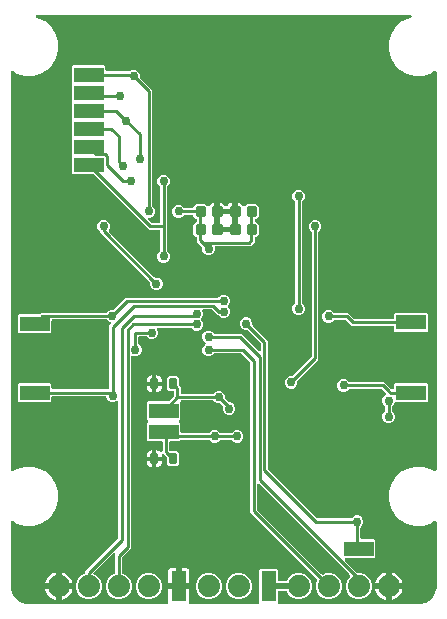
<source format=gbr>
G04 EAGLE Gerber RS-274X export*
G75*
%MOMM*%
%FSLAX34Y34*%
%LPD*%
%INBottom Copper*%
%IPPOS*%
%AMOC8*
5,1,8,0,0,1.08239X$1,22.5*%
G01*
%ADD10R,2.540000X1.270000*%
%ADD11R,1.270000X2.540000*%
%ADD12C,0.460000*%
%ADD13C,1.879600*%
%ADD14C,0.377400*%
%ADD15C,0.756400*%
%ADD16C,0.508000*%
%ADD17C,0.254000*%

G36*
X142571Y10176D02*
X142571Y10176D01*
X142696Y10186D01*
X142728Y10196D01*
X142761Y10201D01*
X142878Y10247D01*
X142998Y10287D01*
X143026Y10305D01*
X143057Y10318D01*
X143159Y10391D01*
X143264Y10460D01*
X143287Y10485D01*
X143314Y10504D01*
X143395Y10601D01*
X143480Y10694D01*
X143496Y10723D01*
X143517Y10749D01*
X143571Y10863D01*
X143630Y10974D01*
X143638Y11007D01*
X143653Y11037D01*
X143676Y11161D01*
X143707Y11283D01*
X143706Y11316D01*
X143713Y11349D01*
X143705Y11475D01*
X143704Y11601D01*
X143694Y11649D01*
X143693Y11667D01*
X143686Y11687D01*
X143672Y11759D01*
X143509Y12366D01*
X143509Y22861D01*
X151130Y22861D01*
X151248Y22876D01*
X151367Y22883D01*
X151405Y22896D01*
X151445Y22901D01*
X151556Y22944D01*
X151669Y22981D01*
X151704Y23003D01*
X151741Y23018D01*
X151837Y23088D01*
X151938Y23151D01*
X151966Y23181D01*
X151998Y23205D01*
X152074Y23296D01*
X152156Y23383D01*
X152175Y23418D01*
X152201Y23449D01*
X152252Y23557D01*
X152309Y23661D01*
X152320Y23701D01*
X152337Y23737D01*
X152359Y23854D01*
X152389Y23969D01*
X152393Y24030D01*
X152397Y24050D01*
X152395Y24070D01*
X152399Y24130D01*
X152399Y25401D01*
X152401Y25401D01*
X152401Y24130D01*
X152416Y24012D01*
X152423Y23893D01*
X152436Y23855D01*
X152441Y23815D01*
X152485Y23704D01*
X152521Y23591D01*
X152543Y23556D01*
X152558Y23519D01*
X152628Y23423D01*
X152691Y23322D01*
X152721Y23294D01*
X152745Y23261D01*
X152836Y23186D01*
X152923Y23104D01*
X152958Y23084D01*
X152990Y23059D01*
X153097Y23008D01*
X153201Y22950D01*
X153241Y22940D01*
X153277Y22923D01*
X153394Y22901D01*
X153509Y22871D01*
X153570Y22867D01*
X153590Y22863D01*
X153610Y22865D01*
X153670Y22861D01*
X161291Y22861D01*
X161291Y12366D01*
X161128Y11759D01*
X161111Y11634D01*
X161087Y11510D01*
X161089Y11477D01*
X161085Y11443D01*
X161099Y11318D01*
X161107Y11193D01*
X161118Y11161D01*
X161121Y11128D01*
X161166Y11010D01*
X161205Y10891D01*
X161223Y10862D01*
X161235Y10831D01*
X161308Y10728D01*
X161375Y10622D01*
X161400Y10599D01*
X161419Y10571D01*
X161515Y10490D01*
X161607Y10404D01*
X161636Y10388D01*
X161662Y10366D01*
X161775Y10311D01*
X161885Y10250D01*
X161918Y10242D01*
X161948Y10227D01*
X162072Y10202D01*
X162193Y10171D01*
X162242Y10168D01*
X162260Y10164D01*
X162282Y10165D01*
X162354Y10161D01*
X219569Y10161D01*
X219707Y10178D01*
X219845Y10191D01*
X219864Y10198D01*
X219884Y10201D01*
X220014Y10252D01*
X220145Y10299D01*
X220161Y10310D01*
X220180Y10318D01*
X220292Y10399D01*
X220408Y10477D01*
X220421Y10493D01*
X220437Y10504D01*
X220526Y10612D01*
X220618Y10716D01*
X220627Y10734D01*
X220640Y10749D01*
X220699Y10875D01*
X220763Y10999D01*
X220767Y11019D01*
X220776Y11037D01*
X220802Y11173D01*
X220832Y11310D01*
X220832Y11330D01*
X220835Y11349D01*
X220827Y11488D01*
X220823Y11627D01*
X220817Y11647D01*
X220816Y11667D01*
X220773Y11799D01*
X220734Y11933D01*
X220725Y11948D01*
X220725Y38732D01*
X221618Y39625D01*
X235582Y39625D01*
X236475Y38732D01*
X236475Y30734D01*
X236490Y30616D01*
X236497Y30497D01*
X236510Y30459D01*
X236515Y30418D01*
X236558Y30308D01*
X236595Y30195D01*
X236617Y30160D01*
X236632Y30123D01*
X236701Y30027D01*
X236765Y29926D01*
X236795Y29898D01*
X236818Y29865D01*
X236910Y29789D01*
X236997Y29708D01*
X237032Y29688D01*
X237063Y29663D01*
X237171Y29612D01*
X237275Y29554D01*
X237315Y29544D01*
X237351Y29527D01*
X237468Y29505D01*
X237583Y29475D01*
X237643Y29471D01*
X237663Y29467D01*
X237684Y29469D01*
X237744Y29465D01*
X243013Y29465D01*
X243042Y29468D01*
X243072Y29466D01*
X243200Y29488D01*
X243328Y29505D01*
X243356Y29515D01*
X243385Y29520D01*
X243504Y29574D01*
X243624Y29622D01*
X243648Y29639D01*
X243675Y29651D01*
X243776Y29732D01*
X243881Y29808D01*
X243900Y29831D01*
X243923Y29850D01*
X244001Y29953D01*
X244084Y30053D01*
X244097Y30080D01*
X244115Y30104D01*
X244186Y30248D01*
X244740Y31587D01*
X247813Y34660D01*
X251827Y36323D01*
X256173Y36323D01*
X260187Y34660D01*
X263260Y31587D01*
X264923Y27573D01*
X264923Y23227D01*
X263260Y19213D01*
X260187Y16140D01*
X256173Y14477D01*
X251827Y14477D01*
X247813Y16140D01*
X244740Y19213D01*
X244186Y20552D01*
X244171Y20577D01*
X244162Y20605D01*
X244092Y20715D01*
X244028Y20828D01*
X244007Y20849D01*
X243992Y20874D01*
X243897Y20963D01*
X243807Y21056D01*
X243782Y21072D01*
X243760Y21092D01*
X243646Y21155D01*
X243536Y21223D01*
X243507Y21231D01*
X243482Y21246D01*
X243356Y21278D01*
X243232Y21316D01*
X243202Y21318D01*
X243174Y21325D01*
X243013Y21335D01*
X237744Y21335D01*
X237626Y21320D01*
X237507Y21313D01*
X237469Y21300D01*
X237428Y21295D01*
X237318Y21252D01*
X237205Y21215D01*
X237170Y21193D01*
X237133Y21178D01*
X237037Y21109D01*
X236936Y21045D01*
X236908Y21015D01*
X236875Y20992D01*
X236799Y20900D01*
X236718Y20813D01*
X236698Y20778D01*
X236673Y20747D01*
X236622Y20639D01*
X236564Y20535D01*
X236554Y20495D01*
X236537Y20459D01*
X236515Y20342D01*
X236485Y20227D01*
X236481Y20167D01*
X236477Y20147D01*
X236479Y20126D01*
X236475Y20066D01*
X236475Y11930D01*
X236424Y11823D01*
X236421Y11803D01*
X236413Y11785D01*
X236391Y11647D01*
X236365Y11510D01*
X236366Y11490D01*
X236363Y11470D01*
X236376Y11332D01*
X236384Y11193D01*
X236391Y11174D01*
X236392Y11154D01*
X236440Y11023D01*
X236482Y10891D01*
X236493Y10873D01*
X236500Y10855D01*
X236578Y10740D01*
X236653Y10622D01*
X236667Y10608D01*
X236679Y10591D01*
X236783Y10499D01*
X236884Y10404D01*
X236902Y10394D01*
X236917Y10381D01*
X237041Y10317D01*
X237163Y10250D01*
X237182Y10245D01*
X237200Y10236D01*
X237336Y10206D01*
X237471Y10171D01*
X237498Y10169D01*
X237510Y10166D01*
X237531Y10167D01*
X237631Y10161D01*
X355600Y10161D01*
X355621Y10163D01*
X355683Y10163D01*
X357506Y10283D01*
X357550Y10291D01*
X357594Y10292D01*
X357752Y10323D01*
X361275Y11267D01*
X361354Y11300D01*
X361436Y11323D01*
X361559Y11383D01*
X361569Y11388D01*
X361573Y11390D01*
X361581Y11394D01*
X364739Y13218D01*
X364807Y13269D01*
X364881Y13313D01*
X364984Y13403D01*
X364992Y13410D01*
X364995Y13413D01*
X365002Y13419D01*
X367581Y15998D01*
X367633Y16066D01*
X367693Y16127D01*
X367769Y16241D01*
X367776Y16249D01*
X367777Y16254D01*
X367782Y16261D01*
X369606Y19419D01*
X369639Y19498D01*
X369681Y19573D01*
X369725Y19702D01*
X369729Y19712D01*
X369730Y19717D01*
X369733Y19725D01*
X370677Y23248D01*
X370683Y23292D01*
X370696Y23334D01*
X370717Y23494D01*
X370837Y25317D01*
X370835Y25338D01*
X370839Y25400D01*
X370839Y79147D01*
X370823Y79278D01*
X370812Y79410D01*
X370803Y79436D01*
X370799Y79462D01*
X370751Y79585D01*
X370707Y79711D01*
X370692Y79733D01*
X370682Y79758D01*
X370605Y79865D01*
X370531Y79976D01*
X370511Y79994D01*
X370496Y80015D01*
X370393Y80100D01*
X370295Y80189D01*
X370271Y80201D01*
X370251Y80218D01*
X370131Y80275D01*
X370014Y80336D01*
X369987Y80342D01*
X369963Y80354D01*
X369833Y80379D01*
X369704Y80409D01*
X369677Y80409D01*
X369651Y80414D01*
X369519Y80405D01*
X369386Y80403D01*
X369360Y80396D01*
X369333Y80394D01*
X369207Y80353D01*
X369080Y80318D01*
X369045Y80301D01*
X369031Y80296D01*
X369012Y80284D01*
X368935Y80246D01*
X365312Y78154D01*
X358912Y76439D01*
X352288Y76439D01*
X345888Y78154D01*
X340151Y81466D01*
X335466Y86151D01*
X332154Y91888D01*
X330439Y98288D01*
X330439Y104912D01*
X332154Y111312D01*
X335466Y117049D01*
X340151Y121734D01*
X345888Y125046D01*
X352288Y126761D01*
X358912Y126761D01*
X365312Y125046D01*
X368935Y122954D01*
X369058Y122903D01*
X369177Y122846D01*
X369204Y122841D01*
X369229Y122831D01*
X369360Y122811D01*
X369490Y122786D01*
X369516Y122788D01*
X369543Y122784D01*
X369675Y122798D01*
X369807Y122806D01*
X369833Y122814D01*
X369859Y122817D01*
X369984Y122863D01*
X370109Y122904D01*
X370132Y122919D01*
X370158Y122928D01*
X370266Y123003D01*
X370378Y123074D01*
X370397Y123094D01*
X370419Y123109D01*
X370505Y123209D01*
X370596Y123306D01*
X370609Y123330D01*
X370627Y123350D01*
X370686Y123469D01*
X370750Y123584D01*
X370756Y123611D01*
X370768Y123635D01*
X370796Y123765D01*
X370829Y123892D01*
X370831Y123931D01*
X370835Y123946D01*
X370834Y123968D01*
X370839Y124053D01*
X370839Y460147D01*
X370823Y460278D01*
X370812Y460410D01*
X370803Y460436D01*
X370799Y460462D01*
X370751Y460585D01*
X370707Y460711D01*
X370692Y460733D01*
X370682Y460758D01*
X370605Y460865D01*
X370531Y460976D01*
X370511Y460994D01*
X370496Y461015D01*
X370393Y461100D01*
X370295Y461189D01*
X370271Y461201D01*
X370251Y461218D01*
X370131Y461275D01*
X370014Y461336D01*
X369987Y461342D01*
X369963Y461354D01*
X369833Y461379D01*
X369704Y461409D01*
X369677Y461409D01*
X369651Y461414D01*
X369519Y461405D01*
X369386Y461403D01*
X369360Y461396D01*
X369333Y461394D01*
X369207Y461353D01*
X369080Y461318D01*
X369045Y461301D01*
X369031Y461296D01*
X369012Y461284D01*
X368935Y461246D01*
X365312Y459154D01*
X358912Y457439D01*
X352288Y457439D01*
X345888Y459154D01*
X340151Y462466D01*
X335466Y467151D01*
X332154Y472888D01*
X330439Y479288D01*
X330439Y485912D01*
X332154Y492312D01*
X335466Y498049D01*
X340151Y502734D01*
X345888Y506046D01*
X348605Y506774D01*
X348746Y506832D01*
X348888Y506888D01*
X348893Y506892D01*
X348899Y506894D01*
X349022Y506985D01*
X349145Y507074D01*
X349149Y507080D01*
X349155Y507084D01*
X349250Y507202D01*
X349348Y507319D01*
X349351Y507326D01*
X349355Y507331D01*
X349418Y507469D01*
X349483Y507607D01*
X349485Y507614D01*
X349488Y507620D01*
X349515Y507770D01*
X349543Y507920D01*
X349543Y507926D01*
X349544Y507933D01*
X349533Y508086D01*
X349523Y508237D01*
X349521Y508243D01*
X349521Y508250D01*
X349472Y508395D01*
X349425Y508539D01*
X349422Y508545D01*
X349420Y508552D01*
X349337Y508679D01*
X349255Y508808D01*
X349250Y508813D01*
X349247Y508818D01*
X349134Y508922D01*
X349024Y509026D01*
X349018Y509029D01*
X349013Y509034D01*
X348878Y509107D01*
X348745Y509180D01*
X348739Y509181D01*
X348733Y509184D01*
X348584Y509221D01*
X348437Y509259D01*
X348428Y509260D01*
X348424Y509261D01*
X348413Y509261D01*
X348277Y509269D01*
X32723Y509269D01*
X32573Y509250D01*
X32421Y509233D01*
X32415Y509230D01*
X32408Y509229D01*
X32267Y509174D01*
X32124Y509119D01*
X32119Y509115D01*
X32112Y509112D01*
X31989Y509023D01*
X31865Y508935D01*
X31860Y508930D01*
X31855Y508926D01*
X31757Y508808D01*
X31659Y508692D01*
X31656Y508686D01*
X31652Y508681D01*
X31587Y508543D01*
X31521Y508406D01*
X31519Y508399D01*
X31517Y508393D01*
X31488Y508244D01*
X31458Y508094D01*
X31458Y508087D01*
X31457Y508081D01*
X31466Y507929D01*
X31474Y507776D01*
X31476Y507770D01*
X31477Y507763D01*
X31523Y507619D01*
X31569Y507473D01*
X31573Y507467D01*
X31575Y507461D01*
X31655Y507333D01*
X31736Y507202D01*
X31741Y507198D01*
X31745Y507192D01*
X31856Y507087D01*
X31966Y506982D01*
X31971Y506979D01*
X31976Y506974D01*
X32110Y506901D01*
X32242Y506825D01*
X32251Y506823D01*
X32255Y506820D01*
X32265Y506818D01*
X32395Y506774D01*
X35112Y506046D01*
X40849Y502734D01*
X45534Y498049D01*
X48846Y492312D01*
X50561Y485912D01*
X50561Y479288D01*
X48846Y472888D01*
X45534Y467151D01*
X40849Y462466D01*
X35112Y459154D01*
X28712Y457439D01*
X22088Y457439D01*
X15688Y459154D01*
X12065Y461246D01*
X11942Y461297D01*
X11823Y461354D01*
X11796Y461359D01*
X11771Y461369D01*
X11640Y461389D01*
X11510Y461414D01*
X11484Y461412D01*
X11457Y461416D01*
X11325Y461402D01*
X11193Y461394D01*
X11167Y461386D01*
X11141Y461383D01*
X11016Y461337D01*
X10891Y461296D01*
X10868Y461281D01*
X10842Y461272D01*
X10734Y461197D01*
X10622Y461126D01*
X10603Y461106D01*
X10581Y461091D01*
X10495Y460991D01*
X10404Y460894D01*
X10391Y460870D01*
X10373Y460850D01*
X10314Y460731D01*
X10250Y460616D01*
X10244Y460589D01*
X10232Y460565D01*
X10204Y460435D01*
X10171Y460308D01*
X10169Y460269D01*
X10165Y460254D01*
X10166Y460232D01*
X10161Y460147D01*
X10161Y124053D01*
X10177Y123922D01*
X10188Y123790D01*
X10197Y123764D01*
X10201Y123738D01*
X10249Y123615D01*
X10293Y123489D01*
X10308Y123467D01*
X10318Y123442D01*
X10395Y123335D01*
X10469Y123224D01*
X10489Y123206D01*
X10504Y123185D01*
X10607Y123100D01*
X10705Y123011D01*
X10729Y122999D01*
X10749Y122982D01*
X10869Y122925D01*
X10986Y122864D01*
X11013Y122858D01*
X11037Y122846D01*
X11167Y122821D01*
X11296Y122791D01*
X11323Y122791D01*
X11349Y122786D01*
X11481Y122795D01*
X11614Y122797D01*
X11640Y122804D01*
X11667Y122806D01*
X11793Y122847D01*
X11920Y122882D01*
X11955Y122899D01*
X11969Y122904D01*
X11988Y122916D01*
X12065Y122954D01*
X15688Y125046D01*
X22088Y126761D01*
X28712Y126761D01*
X35112Y125046D01*
X40849Y121734D01*
X45534Y117049D01*
X48846Y111312D01*
X50561Y104912D01*
X50561Y98288D01*
X48846Y91888D01*
X45534Y86151D01*
X40849Y81466D01*
X35112Y78154D01*
X28712Y76439D01*
X22088Y76439D01*
X15688Y78154D01*
X12065Y80246D01*
X11942Y80297D01*
X11823Y80354D01*
X11796Y80359D01*
X11771Y80369D01*
X11640Y80389D01*
X11510Y80414D01*
X11484Y80412D01*
X11457Y80416D01*
X11325Y80402D01*
X11193Y80394D01*
X11167Y80386D01*
X11141Y80383D01*
X11016Y80337D01*
X10891Y80296D01*
X10868Y80281D01*
X10842Y80272D01*
X10734Y80197D01*
X10622Y80126D01*
X10603Y80106D01*
X10581Y80091D01*
X10495Y79991D01*
X10404Y79894D01*
X10391Y79870D01*
X10373Y79850D01*
X10314Y79731D01*
X10250Y79616D01*
X10244Y79589D01*
X10232Y79565D01*
X10204Y79435D01*
X10171Y79308D01*
X10169Y79269D01*
X10165Y79254D01*
X10166Y79232D01*
X10161Y79147D01*
X10161Y25400D01*
X10163Y25379D01*
X10163Y25317D01*
X10283Y23494D01*
X10291Y23450D01*
X10292Y23406D01*
X10323Y23248D01*
X11267Y19725D01*
X11300Y19646D01*
X11323Y19564D01*
X11383Y19441D01*
X11388Y19431D01*
X11390Y19427D01*
X11394Y19419D01*
X13218Y16261D01*
X13269Y16193D01*
X13313Y16119D01*
X13403Y16016D01*
X13410Y16008D01*
X13413Y16005D01*
X13419Y15998D01*
X15998Y13419D01*
X16066Y13367D01*
X16127Y13307D01*
X16241Y13231D01*
X16249Y13224D01*
X16254Y13223D01*
X16261Y13218D01*
X19419Y11394D01*
X19498Y11361D01*
X19573Y11319D01*
X19702Y11275D01*
X19712Y11271D01*
X19717Y11270D01*
X19725Y11267D01*
X23248Y10323D01*
X23292Y10317D01*
X23334Y10304D01*
X23494Y10283D01*
X25317Y10163D01*
X25338Y10165D01*
X25400Y10161D01*
X142446Y10161D01*
X142571Y10176D01*
G37*
%LPC*%
G36*
X138644Y299493D02*
X138644Y299493D01*
X136694Y300301D01*
X135201Y301794D01*
X134393Y303744D01*
X134393Y305856D01*
X135201Y307806D01*
X136534Y309138D01*
X136594Y309217D01*
X136662Y309289D01*
X136691Y309342D01*
X136728Y309390D01*
X136768Y309481D01*
X136816Y309567D01*
X136831Y309626D01*
X136855Y309682D01*
X136870Y309779D01*
X136895Y309875D01*
X136901Y309975D01*
X136905Y309996D01*
X136903Y310008D01*
X136905Y310036D01*
X136905Y326136D01*
X136890Y326254D01*
X136883Y326373D01*
X136870Y326411D01*
X136865Y326452D01*
X136822Y326562D01*
X136785Y326675D01*
X136763Y326710D01*
X136748Y326747D01*
X136679Y326843D01*
X136615Y326944D01*
X136585Y326972D01*
X136562Y327005D01*
X136470Y327081D01*
X136383Y327162D01*
X136348Y327182D01*
X136317Y327207D01*
X136209Y327258D01*
X136105Y327316D01*
X136065Y327326D01*
X136029Y327343D01*
X135912Y327365D01*
X135797Y327395D01*
X135737Y327399D01*
X135717Y327403D01*
X135696Y327401D01*
X135636Y327405D01*
X127112Y327405D01*
X80494Y374024D01*
X80416Y374084D01*
X80344Y374152D01*
X80291Y374181D01*
X80243Y374218D01*
X80152Y374258D01*
X80065Y374306D01*
X80007Y374321D01*
X79951Y374345D01*
X79853Y374360D01*
X79757Y374385D01*
X79657Y374391D01*
X79637Y374395D01*
X79625Y374393D01*
X79597Y374395D01*
X62868Y374395D01*
X61975Y375288D01*
X61975Y389386D01*
X62013Y389459D01*
X62021Y389499D01*
X62037Y389536D01*
X62056Y389653D01*
X62082Y389770D01*
X62081Y389810D01*
X62087Y389850D01*
X62076Y389968D01*
X62073Y390087D01*
X62061Y390126D01*
X62058Y390166D01*
X62017Y390279D01*
X61984Y390393D01*
X61975Y390408D01*
X61975Y404626D01*
X62013Y404699D01*
X62021Y404739D01*
X62037Y404776D01*
X62056Y404893D01*
X62082Y405010D01*
X62081Y405050D01*
X62087Y405090D01*
X62076Y405208D01*
X62073Y405327D01*
X62061Y405366D01*
X62058Y405406D01*
X62017Y405519D01*
X61984Y405633D01*
X61975Y405648D01*
X61975Y419866D01*
X62013Y419939D01*
X62021Y419978D01*
X62037Y420015D01*
X62056Y420133D01*
X62082Y420249D01*
X62081Y420290D01*
X62087Y420330D01*
X62076Y420448D01*
X62073Y420567D01*
X62061Y420606D01*
X62058Y420646D01*
X62017Y420758D01*
X61984Y420873D01*
X61975Y420888D01*
X61975Y435106D01*
X62013Y435179D01*
X62021Y435219D01*
X62037Y435256D01*
X62056Y435373D01*
X62082Y435490D01*
X62081Y435530D01*
X62087Y435570D01*
X62076Y435688D01*
X62073Y435807D01*
X62061Y435846D01*
X62058Y435886D01*
X62017Y435999D01*
X61984Y436113D01*
X61975Y436128D01*
X61975Y450346D01*
X62013Y450419D01*
X62021Y450459D01*
X62037Y450496D01*
X62056Y450613D01*
X62082Y450730D01*
X62081Y450770D01*
X62087Y450810D01*
X62076Y450928D01*
X62073Y451047D01*
X62061Y451086D01*
X62058Y451126D01*
X62017Y451239D01*
X61984Y451353D01*
X61975Y451368D01*
X61975Y465452D01*
X62868Y466345D01*
X89532Y466345D01*
X90425Y465452D01*
X90425Y462534D01*
X90440Y462416D01*
X90447Y462297D01*
X90460Y462259D01*
X90465Y462218D01*
X90508Y462108D01*
X90545Y461995D01*
X90567Y461960D01*
X90582Y461923D01*
X90651Y461827D01*
X90715Y461726D01*
X90745Y461698D01*
X90768Y461665D01*
X90860Y461589D01*
X90947Y461508D01*
X90982Y461488D01*
X91013Y461463D01*
X91121Y461412D01*
X91225Y461354D01*
X91265Y461344D01*
X91301Y461327D01*
X91418Y461305D01*
X91533Y461275D01*
X91593Y461271D01*
X91613Y461267D01*
X91634Y461269D01*
X91694Y461265D01*
X110334Y461265D01*
X110432Y461277D01*
X110531Y461280D01*
X110590Y461297D01*
X110650Y461305D01*
X110742Y461341D01*
X110837Y461369D01*
X110889Y461399D01*
X110945Y461422D01*
X111025Y461480D01*
X111111Y461530D01*
X111186Y461596D01*
X111203Y461608D01*
X111210Y461618D01*
X111232Y461636D01*
X111294Y461699D01*
X113244Y462507D01*
X115356Y462507D01*
X117306Y461699D01*
X118799Y460206D01*
X119607Y458256D01*
X119607Y456371D01*
X119619Y456273D01*
X119622Y456174D01*
X119639Y456116D01*
X119647Y456056D01*
X119683Y455964D01*
X119711Y455869D01*
X119741Y455816D01*
X119764Y455760D01*
X119822Y455680D01*
X119872Y455595D01*
X119938Y455519D01*
X119950Y455503D01*
X119960Y455495D01*
X119978Y455474D01*
X129795Y445658D01*
X129795Y348136D01*
X129807Y348038D01*
X129810Y347939D01*
X129827Y347880D01*
X129835Y347820D01*
X129871Y347728D01*
X129899Y347633D01*
X129929Y347581D01*
X129952Y347525D01*
X130010Y347445D01*
X130060Y347359D01*
X130126Y347284D01*
X130138Y347267D01*
X130148Y347260D01*
X130166Y347238D01*
X131499Y345906D01*
X132307Y343956D01*
X132307Y341844D01*
X131499Y339894D01*
X130006Y338401D01*
X128056Y337593D01*
X127893Y337593D01*
X127756Y337576D01*
X127617Y337563D01*
X127598Y337556D01*
X127578Y337553D01*
X127449Y337502D01*
X127318Y337455D01*
X127301Y337444D01*
X127282Y337436D01*
X127170Y337355D01*
X127055Y337277D01*
X127041Y337261D01*
X127025Y337250D01*
X126936Y337142D01*
X126844Y337038D01*
X126835Y337020D01*
X126822Y337005D01*
X126763Y336879D01*
X126699Y336755D01*
X126695Y336735D01*
X126686Y336717D01*
X126660Y336581D01*
X126630Y336445D01*
X126630Y336424D01*
X126627Y336405D01*
X126635Y336266D01*
X126639Y336127D01*
X126645Y336107D01*
X126646Y336087D01*
X126689Y335955D01*
X126728Y335821D01*
X126738Y335804D01*
X126744Y335785D01*
X126819Y335667D01*
X126889Y335547D01*
X126908Y335526D01*
X126915Y335516D01*
X126930Y335502D01*
X126996Y335427D01*
X129056Y333366D01*
X129134Y333306D01*
X129206Y333238D01*
X129259Y333209D01*
X129307Y333172D01*
X129398Y333132D01*
X129485Y333084D01*
X129543Y333069D01*
X129599Y333045D01*
X129697Y333030D01*
X129793Y333005D01*
X129893Y332999D01*
X129913Y332995D01*
X129925Y332997D01*
X129953Y332995D01*
X135636Y332995D01*
X135754Y333010D01*
X135873Y333017D01*
X135911Y333030D01*
X135952Y333035D01*
X136062Y333078D01*
X136175Y333115D01*
X136210Y333137D01*
X136247Y333152D01*
X136343Y333221D01*
X136444Y333285D01*
X136472Y333315D01*
X136505Y333338D01*
X136581Y333430D01*
X136662Y333517D01*
X136682Y333552D01*
X136707Y333583D01*
X136758Y333691D01*
X136816Y333795D01*
X136826Y333835D01*
X136843Y333871D01*
X136865Y333988D01*
X136895Y334103D01*
X136899Y334163D01*
X136903Y334183D01*
X136901Y334204D01*
X136905Y334264D01*
X136905Y363064D01*
X136893Y363162D01*
X136890Y363261D01*
X136873Y363320D01*
X136865Y363380D01*
X136829Y363472D01*
X136801Y363567D01*
X136771Y363619D01*
X136748Y363675D01*
X136690Y363755D01*
X136640Y363841D01*
X136574Y363916D01*
X136562Y363933D01*
X136552Y363940D01*
X136534Y363962D01*
X135201Y365294D01*
X134393Y367244D01*
X134393Y369356D01*
X135201Y371306D01*
X136694Y372799D01*
X138644Y373607D01*
X140756Y373607D01*
X142706Y372799D01*
X144199Y371306D01*
X145007Y369356D01*
X145007Y367244D01*
X144199Y365294D01*
X142866Y363962D01*
X142806Y363883D01*
X142738Y363811D01*
X142709Y363758D01*
X142672Y363710D01*
X142632Y363619D01*
X142584Y363533D01*
X142569Y363474D01*
X142545Y363418D01*
X142530Y363321D01*
X142505Y363225D01*
X142499Y363125D01*
X142495Y363104D01*
X142497Y363092D01*
X142495Y363064D01*
X142495Y310036D01*
X142507Y309938D01*
X142510Y309839D01*
X142527Y309780D01*
X142535Y309720D01*
X142571Y309628D01*
X142599Y309533D01*
X142629Y309481D01*
X142652Y309425D01*
X142710Y309345D01*
X142760Y309259D01*
X142826Y309184D01*
X142838Y309167D01*
X142848Y309160D01*
X142866Y309138D01*
X144199Y307806D01*
X145007Y305856D01*
X145007Y303744D01*
X144199Y301794D01*
X142706Y300301D01*
X140756Y299493D01*
X138644Y299493D01*
G37*
%LPD*%
%LPC*%
G36*
X74027Y14477D02*
X74027Y14477D01*
X70013Y16140D01*
X66940Y19213D01*
X65277Y23227D01*
X65277Y27573D01*
X66940Y31587D01*
X70013Y34660D01*
X72622Y35741D01*
X72647Y35755D01*
X72675Y35764D01*
X72785Y35834D01*
X72898Y35898D01*
X72919Y35919D01*
X72944Y35934D01*
X73033Y36029D01*
X73126Y36119D01*
X73142Y36145D01*
X73162Y36166D01*
X73225Y36280D01*
X73293Y36390D01*
X73301Y36419D01*
X73316Y36445D01*
X73348Y36570D01*
X73386Y36694D01*
X73388Y36724D01*
X73395Y36752D01*
X73405Y36913D01*
X73405Y37988D01*
X100974Y65556D01*
X101034Y65634D01*
X101102Y65706D01*
X101131Y65759D01*
X101168Y65807D01*
X101208Y65898D01*
X101256Y65985D01*
X101271Y66043D01*
X101295Y66099D01*
X101310Y66197D01*
X101335Y66293D01*
X101341Y66393D01*
X101345Y66413D01*
X101343Y66425D01*
X101345Y66453D01*
X101345Y181045D01*
X101339Y181095D01*
X101341Y181144D01*
X101319Y181252D01*
X101305Y181361D01*
X101287Y181407D01*
X101277Y181456D01*
X101229Y181554D01*
X101188Y181656D01*
X101159Y181696D01*
X101137Y181741D01*
X101066Y181825D01*
X101002Y181914D01*
X100963Y181945D01*
X100931Y181983D01*
X100841Y182047D01*
X100757Y182117D01*
X100712Y182138D01*
X100671Y182166D01*
X100568Y182205D01*
X100469Y182252D01*
X100420Y182261D01*
X100374Y182279D01*
X100264Y182291D01*
X100157Y182312D01*
X100107Y182309D01*
X100058Y182314D01*
X99949Y182299D01*
X99839Y182292D01*
X99792Y182277D01*
X99743Y182270D01*
X99590Y182218D01*
X97576Y181383D01*
X95464Y181383D01*
X93514Y182191D01*
X92021Y183684D01*
X91206Y185652D01*
X91191Y185677D01*
X91182Y185705D01*
X91113Y185815D01*
X91049Y185928D01*
X91028Y185949D01*
X91012Y185974D01*
X90918Y186063D01*
X90827Y186156D01*
X90802Y186172D01*
X90781Y186192D01*
X90667Y186255D01*
X90556Y186323D01*
X90528Y186331D01*
X90502Y186346D01*
X90376Y186378D01*
X90252Y186416D01*
X90223Y186418D01*
X90194Y186425D01*
X90033Y186435D01*
X45974Y186435D01*
X45856Y186420D01*
X45737Y186413D01*
X45699Y186400D01*
X45658Y186395D01*
X45548Y186352D01*
X45435Y186315D01*
X45400Y186293D01*
X45363Y186278D01*
X45267Y186209D01*
X45166Y186145D01*
X45138Y186115D01*
X45105Y186092D01*
X45029Y186000D01*
X44948Y185913D01*
X44928Y185878D01*
X44903Y185847D01*
X44852Y185739D01*
X44794Y185635D01*
X44784Y185595D01*
X44767Y185559D01*
X44745Y185442D01*
X44715Y185327D01*
X44711Y185267D01*
X44707Y185247D01*
X44709Y185226D01*
X44705Y185166D01*
X44705Y182248D01*
X43812Y181355D01*
X17148Y181355D01*
X16255Y182248D01*
X16255Y196212D01*
X17148Y197105D01*
X43812Y197105D01*
X44705Y196212D01*
X44705Y193294D01*
X44720Y193176D01*
X44727Y193057D01*
X44740Y193019D01*
X44745Y192978D01*
X44788Y192868D01*
X44825Y192755D01*
X44847Y192720D01*
X44862Y192683D01*
X44931Y192587D01*
X44995Y192486D01*
X45025Y192458D01*
X45048Y192425D01*
X45140Y192349D01*
X45227Y192268D01*
X45262Y192248D01*
X45293Y192223D01*
X45401Y192172D01*
X45505Y192114D01*
X45545Y192104D01*
X45581Y192087D01*
X45698Y192065D01*
X45813Y192035D01*
X45873Y192031D01*
X45893Y192027D01*
X45914Y192029D01*
X45974Y192025D01*
X92456Y192025D01*
X92574Y192040D01*
X92693Y192047D01*
X92731Y192060D01*
X92772Y192065D01*
X92882Y192108D01*
X92995Y192145D01*
X93030Y192167D01*
X93067Y192182D01*
X93163Y192251D01*
X93264Y192315D01*
X93292Y192345D01*
X93325Y192368D01*
X93401Y192460D01*
X93482Y192547D01*
X93502Y192582D01*
X93527Y192613D01*
X93578Y192721D01*
X93636Y192825D01*
X93646Y192865D01*
X93663Y192901D01*
X93685Y193018D01*
X93715Y193133D01*
X93719Y193193D01*
X93723Y193213D01*
X93721Y193234D01*
X93725Y193294D01*
X93725Y246243D01*
X94704Y247222D01*
X94734Y247261D01*
X94771Y247294D01*
X94831Y247386D01*
X94899Y247473D01*
X94919Y247519D01*
X94946Y247560D01*
X94981Y247664D01*
X95025Y247765D01*
X95033Y247814D01*
X95049Y247861D01*
X95058Y247970D01*
X95075Y248079D01*
X95070Y248128D01*
X95074Y248178D01*
X95056Y248286D01*
X95045Y248395D01*
X95028Y248442D01*
X95020Y248491D01*
X94975Y248591D01*
X94938Y248695D01*
X94910Y248736D01*
X94889Y248781D01*
X94821Y248867D01*
X94759Y248958D01*
X94722Y248991D01*
X94691Y249030D01*
X94603Y249096D01*
X94521Y249168D01*
X94476Y249191D01*
X94437Y249221D01*
X94292Y249292D01*
X93321Y249694D01*
X91989Y251026D01*
X91911Y251087D01*
X91839Y251155D01*
X91786Y251184D01*
X91738Y251221D01*
X91647Y251260D01*
X91560Y251308D01*
X91502Y251323D01*
X91446Y251347D01*
X91348Y251363D01*
X91252Y251388D01*
X91152Y251394D01*
X91132Y251397D01*
X91120Y251396D01*
X91092Y251398D01*
X45974Y251398D01*
X45856Y251383D01*
X45737Y251376D01*
X45699Y251363D01*
X45658Y251358D01*
X45548Y251314D01*
X45435Y251278D01*
X45400Y251256D01*
X45363Y251241D01*
X45267Y251171D01*
X45166Y251107D01*
X45138Y251078D01*
X45105Y251054D01*
X45029Y250962D01*
X44948Y250876D01*
X44928Y250840D01*
X44903Y250809D01*
X44852Y250702D01*
X44794Y250597D01*
X44784Y250558D01*
X44767Y250521D01*
X44745Y250405D01*
X44715Y250289D01*
X44711Y250229D01*
X44707Y250209D01*
X44709Y250189D01*
X44705Y250129D01*
X44705Y240668D01*
X43812Y239775D01*
X17148Y239775D01*
X16255Y240668D01*
X16255Y254632D01*
X17148Y255525D01*
X33877Y255525D01*
X33975Y255537D01*
X34074Y255540D01*
X34132Y255557D01*
X34192Y255565D01*
X34284Y255601D01*
X34379Y255629D01*
X34432Y255659D01*
X34488Y255682D01*
X34568Y255740D01*
X34653Y255790D01*
X34729Y255856D01*
X34745Y255868D01*
X34753Y255878D01*
X34774Y255896D01*
X35865Y256987D01*
X91092Y256987D01*
X91190Y257000D01*
X91289Y257003D01*
X91347Y257020D01*
X91407Y257027D01*
X91499Y257064D01*
X91594Y257091D01*
X91646Y257122D01*
X91703Y257144D01*
X91783Y257202D01*
X91868Y257253D01*
X91944Y257319D01*
X91960Y257331D01*
X91968Y257340D01*
X91989Y257359D01*
X93321Y258691D01*
X95272Y259499D01*
X97156Y259499D01*
X97254Y259512D01*
X97353Y259515D01*
X97411Y259532D01*
X97472Y259539D01*
X97564Y259576D01*
X97659Y259603D01*
X97711Y259634D01*
X97767Y259656D01*
X97847Y259714D01*
X97933Y259765D01*
X98008Y259831D01*
X98025Y259843D01*
X98032Y259852D01*
X98054Y259871D01*
X107907Y269724D01*
X185264Y269724D01*
X185362Y269736D01*
X185461Y269739D01*
X185520Y269756D01*
X185580Y269764D01*
X185672Y269800D01*
X185767Y269828D01*
X185819Y269859D01*
X185875Y269881D01*
X185955Y269939D01*
X186041Y269989D01*
X186116Y270056D01*
X186133Y270068D01*
X186140Y270077D01*
X186162Y270096D01*
X187494Y271428D01*
X189444Y272236D01*
X191556Y272236D01*
X193506Y271428D01*
X194999Y269935D01*
X195807Y267985D01*
X195807Y265874D01*
X194999Y263923D01*
X194358Y263283D01*
X194285Y263189D01*
X194207Y263099D01*
X194188Y263064D01*
X194163Y263032D01*
X194116Y262922D01*
X194062Y262816D01*
X194053Y262777D01*
X194037Y262740D01*
X194018Y262622D01*
X193992Y262506D01*
X193994Y262466D01*
X193987Y262426D01*
X193998Y262307D01*
X194002Y262188D01*
X194013Y262149D01*
X194017Y262109D01*
X194057Y261997D01*
X194090Y261883D01*
X194111Y261848D01*
X194125Y261810D01*
X194191Y261711D01*
X194252Y261609D01*
X194292Y261563D01*
X194303Y261547D01*
X194319Y261533D01*
X194358Y261488D01*
X194999Y260847D01*
X195807Y258897D01*
X195807Y256786D01*
X194999Y254835D01*
X193506Y253342D01*
X191556Y252535D01*
X189444Y252535D01*
X187494Y253342D01*
X186162Y254675D01*
X186083Y254736D01*
X186011Y254803D01*
X185958Y254833D01*
X185910Y254870D01*
X185819Y254909D01*
X185733Y254957D01*
X185674Y254972D01*
X185618Y254996D01*
X185539Y255009D01*
X180849Y259699D01*
X180771Y259760D01*
X180698Y259827D01*
X180645Y259857D01*
X180598Y259894D01*
X180507Y259933D01*
X180420Y259981D01*
X180361Y259996D01*
X180306Y260020D01*
X180208Y260036D01*
X180112Y260060D01*
X180012Y260067D01*
X179992Y260070D01*
X179979Y260069D01*
X179951Y260071D01*
X173717Y260071D01*
X173668Y260064D01*
X173618Y260067D01*
X173511Y260045D01*
X173402Y260031D01*
X173355Y260012D01*
X173307Y260002D01*
X173208Y259954D01*
X173106Y259914D01*
X173066Y259884D01*
X173021Y259863D01*
X172938Y259791D01*
X172849Y259727D01*
X172817Y259689D01*
X172779Y259656D01*
X172716Y259567D01*
X172646Y259482D01*
X172625Y259437D01*
X172596Y259396D01*
X172557Y259293D01*
X172510Y259194D01*
X172501Y259145D01*
X172483Y259099D01*
X172471Y258990D01*
X172451Y258882D01*
X172454Y258832D01*
X172448Y258783D01*
X172464Y258674D01*
X172470Y258564D01*
X172486Y258517D01*
X172493Y258468D01*
X172545Y258316D01*
X172947Y257345D01*
X172947Y255234D01*
X172139Y253283D01*
X171498Y252643D01*
X171425Y252549D01*
X171347Y252460D01*
X171328Y252424D01*
X171303Y252392D01*
X171256Y252282D01*
X171202Y252176D01*
X171193Y252137D01*
X171177Y252100D01*
X171158Y251982D01*
X171132Y251866D01*
X171134Y251826D01*
X171127Y251786D01*
X171138Y251667D01*
X171142Y251548D01*
X171153Y251509D01*
X171157Y251469D01*
X171197Y251357D01*
X171230Y251243D01*
X171251Y251208D01*
X171265Y251170D01*
X171331Y251071D01*
X171392Y250969D01*
X171432Y250923D01*
X171443Y250907D01*
X171458Y250893D01*
X171498Y250848D01*
X172139Y250207D01*
X172947Y248257D01*
X172947Y246146D01*
X172139Y244195D01*
X170646Y242702D01*
X168696Y241895D01*
X166584Y241895D01*
X164634Y242702D01*
X163302Y244035D01*
X163223Y244096D01*
X163151Y244163D01*
X163098Y244193D01*
X163050Y244230D01*
X162959Y244269D01*
X162873Y244317D01*
X162814Y244332D01*
X162758Y244356D01*
X162661Y244372D01*
X162565Y244396D01*
X162465Y244403D01*
X162444Y244406D01*
X162432Y244405D01*
X162404Y244407D01*
X135371Y244407D01*
X135321Y244400D01*
X135272Y244403D01*
X135164Y244381D01*
X135055Y244367D01*
X135009Y244348D01*
X134960Y244338D01*
X134861Y244290D01*
X134759Y244250D01*
X134719Y244221D01*
X134675Y244199D01*
X134591Y244127D01*
X134502Y244063D01*
X134470Y244025D01*
X134433Y243992D01*
X134369Y243902D01*
X134299Y243818D01*
X134278Y243773D01*
X134250Y243732D01*
X134211Y243629D01*
X134164Y243530D01*
X134154Y243482D01*
X134137Y243435D01*
X134125Y243325D01*
X134104Y243218D01*
X134107Y243168D01*
X134102Y243119D01*
X134117Y243010D01*
X134124Y242900D01*
X134139Y242853D01*
X134146Y242804D01*
X134198Y242652D01*
X134847Y241086D01*
X134847Y238974D01*
X134039Y237024D01*
X132546Y235531D01*
X130596Y234723D01*
X128484Y234723D01*
X126534Y235531D01*
X125202Y236864D01*
X125123Y236924D01*
X125051Y236992D01*
X124998Y237021D01*
X124950Y237058D01*
X124859Y237098D01*
X124773Y237146D01*
X124714Y237161D01*
X124658Y237185D01*
X124561Y237200D01*
X124465Y237225D01*
X124365Y237231D01*
X124344Y237235D01*
X124332Y237233D01*
X124304Y237235D01*
X119634Y237235D01*
X119516Y237220D01*
X119397Y237213D01*
X119359Y237200D01*
X119318Y237195D01*
X119208Y237152D01*
X119095Y237115D01*
X119060Y237093D01*
X119023Y237078D01*
X118927Y237009D01*
X118826Y236945D01*
X118798Y236915D01*
X118765Y236892D01*
X118689Y236800D01*
X118608Y236713D01*
X118588Y236678D01*
X118563Y236647D01*
X118512Y236539D01*
X118454Y236435D01*
X118444Y236395D01*
X118427Y236359D01*
X118405Y236242D01*
X118375Y236127D01*
X118371Y236067D01*
X118367Y236047D01*
X118369Y236026D01*
X118365Y235966D01*
X118365Y230916D01*
X118377Y230818D01*
X118380Y230719D01*
X118397Y230661D01*
X118405Y230601D01*
X118441Y230509D01*
X118469Y230413D01*
X118499Y230361D01*
X118522Y230305D01*
X118580Y230225D01*
X118630Y230139D01*
X118696Y230064D01*
X118708Y230048D01*
X118718Y230040D01*
X118736Y230019D01*
X120295Y228460D01*
X121103Y226510D01*
X121103Y224399D01*
X120295Y222448D01*
X118802Y220955D01*
X116852Y220148D01*
X114740Y220148D01*
X113770Y220550D01*
X113722Y220563D01*
X113677Y220584D01*
X113569Y220605D01*
X113463Y220634D01*
X113413Y220634D01*
X113364Y220644D01*
X113255Y220637D01*
X113145Y220639D01*
X113097Y220627D01*
X113047Y220624D01*
X112943Y220590D01*
X112836Y220564D01*
X112792Y220541D01*
X112745Y220526D01*
X112652Y220467D01*
X112555Y220416D01*
X112518Y220382D01*
X112476Y220356D01*
X112401Y220276D01*
X112319Y220202D01*
X112292Y220160D01*
X112258Y220124D01*
X112205Y220028D01*
X112145Y219936D01*
X112128Y219889D01*
X112104Y219846D01*
X112077Y219739D01*
X112041Y219635D01*
X112037Y219586D01*
X112025Y219538D01*
X112015Y219377D01*
X112015Y57262D01*
X104766Y50014D01*
X104706Y49936D01*
X104638Y49864D01*
X104609Y49811D01*
X104572Y49763D01*
X104532Y49672D01*
X104484Y49585D01*
X104469Y49527D01*
X104445Y49471D01*
X104430Y49373D01*
X104405Y49277D01*
X104399Y49177D01*
X104395Y49157D01*
X104397Y49145D01*
X104395Y49117D01*
X104395Y36913D01*
X104398Y36884D01*
X104396Y36854D01*
X104418Y36726D01*
X104435Y36598D01*
X104445Y36570D01*
X104450Y36541D01*
X104504Y36423D01*
X104552Y36302D01*
X104569Y36278D01*
X104581Y36251D01*
X104662Y36150D01*
X104738Y36045D01*
X104761Y36026D01*
X104780Y36003D01*
X104883Y35925D01*
X104983Y35842D01*
X105010Y35829D01*
X105034Y35811D01*
X105178Y35741D01*
X107787Y34660D01*
X110860Y31587D01*
X112523Y27573D01*
X112523Y23227D01*
X110860Y19213D01*
X107787Y16140D01*
X103773Y14477D01*
X99427Y14477D01*
X95413Y16140D01*
X92340Y19213D01*
X90677Y23227D01*
X90677Y27573D01*
X92340Y31587D01*
X95413Y34660D01*
X98022Y35741D01*
X98047Y35755D01*
X98075Y35764D01*
X98185Y35834D01*
X98298Y35898D01*
X98319Y35919D01*
X98344Y35934D01*
X98433Y36029D01*
X98526Y36119D01*
X98542Y36145D01*
X98562Y36166D01*
X98625Y36280D01*
X98693Y36390D01*
X98701Y36419D01*
X98716Y36445D01*
X98748Y36570D01*
X98786Y36694D01*
X98788Y36724D01*
X98795Y36752D01*
X98805Y36913D01*
X98805Y52419D01*
X98788Y52556D01*
X98775Y52695D01*
X98768Y52714D01*
X98765Y52734D01*
X98714Y52863D01*
X98667Y52994D01*
X98656Y53011D01*
X98648Y53030D01*
X98567Y53142D01*
X98489Y53257D01*
X98473Y53271D01*
X98462Y53287D01*
X98354Y53376D01*
X98250Y53468D01*
X98232Y53477D01*
X98217Y53490D01*
X98091Y53549D01*
X97967Y53613D01*
X97947Y53617D01*
X97929Y53626D01*
X97793Y53652D01*
X97657Y53682D01*
X97636Y53682D01*
X97617Y53685D01*
X97478Y53677D01*
X97339Y53673D01*
X97319Y53667D01*
X97299Y53666D01*
X97167Y53623D01*
X97033Y53584D01*
X97016Y53574D01*
X96997Y53568D01*
X96879Y53493D01*
X96759Y53423D01*
X96738Y53404D01*
X96728Y53397D01*
X96714Y53382D01*
X96639Y53316D01*
X80616Y37293D01*
X80585Y37254D01*
X80548Y37221D01*
X80488Y37129D01*
X80421Y37042D01*
X80401Y36996D01*
X80374Y36955D01*
X80338Y36851D01*
X80294Y36750D01*
X80286Y36701D01*
X80270Y36654D01*
X80262Y36545D01*
X80244Y36436D01*
X80249Y36386D01*
X80245Y36337D01*
X80264Y36229D01*
X80274Y36119D01*
X80291Y36073D01*
X80300Y36024D01*
X80345Y35924D01*
X80382Y35820D01*
X80410Y35779D01*
X80430Y35734D01*
X80499Y35648D01*
X80560Y35557D01*
X80598Y35524D01*
X80629Y35485D01*
X80717Y35419D01*
X80799Y35346D01*
X80843Y35324D01*
X80883Y35294D01*
X81027Y35223D01*
X82387Y34660D01*
X85460Y31587D01*
X87123Y27573D01*
X87123Y23227D01*
X85460Y19213D01*
X82387Y16140D01*
X78373Y14477D01*
X74027Y14477D01*
G37*
%LPD*%
%LPC*%
G36*
X277227Y14477D02*
X277227Y14477D01*
X273213Y16140D01*
X270140Y19213D01*
X268477Y23227D01*
X268477Y27573D01*
X269558Y30182D01*
X269566Y30210D01*
X269579Y30236D01*
X269608Y30363D01*
X269642Y30488D01*
X269642Y30518D01*
X269649Y30547D01*
X269645Y30676D01*
X269647Y30806D01*
X269640Y30835D01*
X269639Y30865D01*
X269603Y30989D01*
X269573Y31116D01*
X269559Y31142D01*
X269551Y31170D01*
X269485Y31282D01*
X269424Y31397D01*
X269404Y31419D01*
X269389Y31444D01*
X269283Y31565D01*
X215114Y85734D01*
X213105Y87742D01*
X213105Y214733D01*
X213093Y214831D01*
X213090Y214930D01*
X213073Y214988D01*
X213065Y215048D01*
X213029Y215140D01*
X213001Y215235D01*
X212971Y215288D01*
X212948Y215344D01*
X212890Y215424D01*
X212840Y215509D01*
X212774Y215585D01*
X212762Y215601D01*
X212752Y215609D01*
X212734Y215630D01*
X206224Y222140D01*
X206146Y222200D01*
X206074Y222268D01*
X206021Y222297D01*
X205973Y222334D01*
X205882Y222374D01*
X205795Y222422D01*
X205737Y222437D01*
X205681Y222461D01*
X205583Y222476D01*
X205487Y222501D01*
X205387Y222507D01*
X205367Y222511D01*
X205355Y222509D01*
X205327Y222511D01*
X183036Y222511D01*
X182938Y222499D01*
X182839Y222496D01*
X182780Y222479D01*
X182720Y222471D01*
X182628Y222435D01*
X182533Y222407D01*
X182481Y222377D01*
X182425Y222354D01*
X182345Y222296D01*
X182259Y222246D01*
X182184Y222180D01*
X182167Y222168D01*
X182160Y222158D01*
X182138Y222140D01*
X180806Y220807D01*
X178856Y219999D01*
X176744Y219999D01*
X174794Y220807D01*
X173301Y222300D01*
X172493Y224250D01*
X172493Y226362D01*
X173301Y228312D01*
X174849Y229859D01*
X174858Y229865D01*
X174873Y229878D01*
X174891Y229888D01*
X174991Y229985D01*
X175093Y230079D01*
X175104Y230095D01*
X175119Y230109D01*
X175192Y230228D01*
X175268Y230344D01*
X175275Y230363D01*
X175285Y230380D01*
X175326Y230514D01*
X175371Y230645D01*
X175373Y230665D01*
X175379Y230684D01*
X175385Y230823D01*
X175396Y230962D01*
X175393Y230982D01*
X175394Y231002D01*
X175366Y231138D01*
X175342Y231276D01*
X175334Y231294D01*
X175329Y231314D01*
X175268Y231438D01*
X175211Y231565D01*
X175199Y231581D01*
X175190Y231599D01*
X175100Y231705D01*
X175012Y231814D01*
X174996Y231826D01*
X174983Y231841D01*
X174884Y231911D01*
X173301Y233494D01*
X172493Y235444D01*
X172493Y237556D01*
X173301Y239506D01*
X174794Y240999D01*
X176744Y241807D01*
X178856Y241807D01*
X180806Y240999D01*
X182138Y239666D01*
X182217Y239606D01*
X182289Y239538D01*
X182342Y239509D01*
X182390Y239472D01*
X182481Y239432D01*
X182567Y239384D01*
X182626Y239369D01*
X182682Y239345D01*
X182779Y239330D01*
X182875Y239305D01*
X182975Y239299D01*
X182996Y239295D01*
X183008Y239297D01*
X183036Y239295D01*
X205348Y239295D01*
X220083Y224560D01*
X220192Y224475D01*
X220299Y224386D01*
X220318Y224377D01*
X220334Y224365D01*
X220462Y224309D01*
X220587Y224250D01*
X220607Y224247D01*
X220626Y224239D01*
X220764Y224217D01*
X220900Y224191D01*
X220920Y224192D01*
X220940Y224189D01*
X221079Y224202D01*
X221217Y224210D01*
X221236Y224217D01*
X221256Y224218D01*
X221388Y224266D01*
X221519Y224308D01*
X221537Y224319D01*
X221556Y224326D01*
X221671Y224404D01*
X221788Y224479D01*
X221802Y224493D01*
X221819Y224505D01*
X221911Y224609D01*
X222006Y224710D01*
X222016Y224728D01*
X222029Y224743D01*
X222093Y224867D01*
X222160Y224989D01*
X222165Y225008D01*
X222174Y225026D01*
X222204Y225162D01*
X222239Y225297D01*
X222241Y225325D01*
X222244Y225337D01*
X222243Y225357D01*
X222249Y225457D01*
X222249Y230473D01*
X222237Y230571D01*
X222234Y230670D01*
X222217Y230728D01*
X222209Y230788D01*
X222173Y230880D01*
X222145Y230975D01*
X222115Y231028D01*
X222092Y231084D01*
X222034Y231164D01*
X221984Y231249D01*
X221918Y231325D01*
X221906Y231341D01*
X221896Y231349D01*
X221878Y231370D01*
X211276Y241972D01*
X211198Y242032D01*
X211126Y242100D01*
X211073Y242129D01*
X211025Y242166D01*
X210934Y242206D01*
X210847Y242254D01*
X210789Y242269D01*
X210733Y242293D01*
X210635Y242308D01*
X210539Y242333D01*
X210439Y242339D01*
X210419Y242343D01*
X210407Y242341D01*
X210379Y242343D01*
X208494Y242343D01*
X206544Y243151D01*
X205051Y244644D01*
X204243Y246594D01*
X204243Y248706D01*
X205051Y250656D01*
X206544Y252149D01*
X208494Y252957D01*
X210606Y252957D01*
X212556Y252149D01*
X214049Y250656D01*
X214857Y248706D01*
X214857Y246821D01*
X214869Y246723D01*
X214872Y246624D01*
X214889Y246566D01*
X214897Y246506D01*
X214933Y246414D01*
X214961Y246319D01*
X214991Y246266D01*
X215014Y246210D01*
X215072Y246130D01*
X215122Y246045D01*
X215188Y245969D01*
X215200Y245953D01*
X215210Y245945D01*
X215228Y245924D01*
X227839Y233314D01*
X227839Y125287D01*
X227851Y125189D01*
X227854Y125090D01*
X227871Y125031D01*
X227879Y124971D01*
X227915Y124879D01*
X227943Y124784D01*
X227973Y124732D01*
X227996Y124676D01*
X228054Y124595D01*
X228104Y124510D01*
X228170Y124435D01*
X228182Y124418D01*
X228192Y124410D01*
X228210Y124389D01*
X269423Y83176D01*
X269502Y83116D01*
X269574Y83048D01*
X269627Y83019D01*
X269675Y82982D01*
X269765Y82942D01*
X269852Y82894D01*
X269911Y82879D01*
X269966Y82855D01*
X270064Y82840D01*
X270160Y82815D01*
X270260Y82809D01*
X270280Y82805D01*
X270293Y82807D01*
X270321Y82805D01*
X298294Y82805D01*
X298392Y82817D01*
X298491Y82820D01*
X298550Y82837D01*
X298610Y82845D01*
X298702Y82881D01*
X298797Y82909D01*
X298849Y82939D01*
X298905Y82962D01*
X298985Y83020D01*
X299071Y83070D01*
X299146Y83136D01*
X299163Y83148D01*
X299170Y83158D01*
X299192Y83176D01*
X300524Y84509D01*
X302474Y85317D01*
X304586Y85317D01*
X306536Y84509D01*
X308029Y83016D01*
X308837Y81066D01*
X308837Y78954D01*
X308029Y77004D01*
X306696Y75672D01*
X306636Y75593D01*
X306568Y75521D01*
X306539Y75468D01*
X306502Y75420D01*
X306462Y75329D01*
X306414Y75243D01*
X306399Y75184D01*
X306375Y75128D01*
X306360Y75031D01*
X306335Y74935D01*
X306329Y74835D01*
X306325Y74814D01*
X306327Y74802D01*
X306325Y74774D01*
X306325Y66294D01*
X306340Y66176D01*
X306347Y66057D01*
X306360Y66019D01*
X306365Y65978D01*
X306408Y65868D01*
X306445Y65755D01*
X306467Y65720D01*
X306482Y65683D01*
X306551Y65587D01*
X306615Y65486D01*
X306645Y65458D01*
X306668Y65425D01*
X306760Y65349D01*
X306847Y65268D01*
X306882Y65248D01*
X306913Y65223D01*
X307021Y65172D01*
X307125Y65114D01*
X307165Y65104D01*
X307201Y65087D01*
X307318Y65065D01*
X307433Y65035D01*
X307493Y65031D01*
X307513Y65027D01*
X307534Y65029D01*
X307594Y65025D01*
X318132Y65025D01*
X319025Y64132D01*
X319025Y50168D01*
X318132Y49275D01*
X294291Y49275D01*
X294154Y49258D01*
X294015Y49245D01*
X293996Y49238D01*
X293976Y49235D01*
X293847Y49184D01*
X293716Y49137D01*
X293699Y49126D01*
X293680Y49118D01*
X293568Y49037D01*
X293453Y48959D01*
X293439Y48943D01*
X293423Y48932D01*
X293334Y48824D01*
X293242Y48720D01*
X293233Y48702D01*
X293220Y48687D01*
X293161Y48561D01*
X293097Y48437D01*
X293093Y48417D01*
X293084Y48399D01*
X293058Y48263D01*
X293028Y48127D01*
X293028Y48106D01*
X293025Y48087D01*
X293033Y47948D01*
X293037Y47809D01*
X293043Y47789D01*
X293044Y47769D01*
X293087Y47637D01*
X293126Y47503D01*
X293136Y47486D01*
X293142Y47467D01*
X293217Y47349D01*
X293287Y47229D01*
X293306Y47208D01*
X293313Y47198D01*
X293328Y47184D01*
X293394Y47109D01*
X303808Y36694D01*
X303886Y36634D01*
X303958Y36566D01*
X304011Y36537D01*
X304059Y36500D01*
X304150Y36460D01*
X304237Y36412D01*
X304295Y36397D01*
X304351Y36373D01*
X304449Y36358D01*
X304545Y36333D01*
X304645Y36327D01*
X304665Y36323D01*
X304677Y36325D01*
X304705Y36323D01*
X306973Y36323D01*
X310987Y34660D01*
X314060Y31587D01*
X315723Y27573D01*
X315723Y23227D01*
X314060Y19213D01*
X310987Y16140D01*
X306973Y14477D01*
X302627Y14477D01*
X298613Y16140D01*
X295540Y19213D01*
X293877Y23227D01*
X293877Y27573D01*
X295540Y31587D01*
X297378Y33425D01*
X297451Y33519D01*
X297530Y33608D01*
X297548Y33644D01*
X297573Y33676D01*
X297620Y33785D01*
X297674Y33891D01*
X297683Y33931D01*
X297699Y33968D01*
X297718Y34086D01*
X297744Y34202D01*
X297743Y34242D01*
X297749Y34282D01*
X297738Y34401D01*
X297734Y34520D01*
X297723Y34558D01*
X297719Y34599D01*
X297679Y34711D01*
X297646Y34825D01*
X297625Y34860D01*
X297612Y34898D01*
X297545Y34996D01*
X297484Y35099D01*
X297444Y35144D01*
X297433Y35161D01*
X297418Y35175D01*
X297378Y35220D01*
X220861Y111736D01*
X220752Y111821D01*
X220645Y111910D01*
X220626Y111919D01*
X220610Y111931D01*
X220482Y111987D01*
X220357Y112046D01*
X220337Y112049D01*
X220318Y112057D01*
X220180Y112079D01*
X220044Y112105D01*
X220024Y112104D01*
X220004Y112107D01*
X219865Y112094D01*
X219727Y112086D01*
X219708Y112079D01*
X219688Y112078D01*
X219556Y112030D01*
X219425Y111988D01*
X219407Y111977D01*
X219388Y111970D01*
X219273Y111892D01*
X219156Y111817D01*
X219142Y111803D01*
X219125Y111791D01*
X219033Y111687D01*
X218938Y111586D01*
X218928Y111568D01*
X218915Y111553D01*
X218851Y111429D01*
X218784Y111307D01*
X218779Y111288D01*
X218770Y111270D01*
X218740Y111134D01*
X218705Y110999D01*
X218703Y110971D01*
X218700Y110959D01*
X218701Y110939D01*
X218695Y110839D01*
X218695Y90583D01*
X218707Y90485D01*
X218710Y90386D01*
X218727Y90328D01*
X218735Y90268D01*
X218771Y90176D01*
X218799Y90081D01*
X218829Y90028D01*
X218852Y89972D01*
X218910Y89892D01*
X218960Y89807D01*
X219026Y89731D01*
X219038Y89715D01*
X219048Y89707D01*
X219066Y89686D01*
X273235Y35517D01*
X273259Y35499D01*
X273278Y35477D01*
X273384Y35402D01*
X273486Y35322D01*
X273514Y35310D01*
X273538Y35294D01*
X273659Y35248D01*
X273778Y35196D01*
X273807Y35191D01*
X273835Y35181D01*
X273964Y35166D01*
X274092Y35146D01*
X274122Y35149D01*
X274151Y35146D01*
X274280Y35164D01*
X274409Y35176D01*
X274437Y35186D01*
X274466Y35190D01*
X274618Y35242D01*
X277227Y36323D01*
X281573Y36323D01*
X285587Y34660D01*
X288660Y31587D01*
X290323Y27573D01*
X290323Y23227D01*
X288660Y19213D01*
X285587Y16140D01*
X281573Y14477D01*
X277227Y14477D01*
G37*
%LPD*%
%LPC*%
G36*
X144424Y127175D02*
X144424Y127175D01*
X142425Y129174D01*
X142425Y134097D01*
X142413Y134195D01*
X142410Y134294D01*
X142393Y134352D01*
X142385Y134412D01*
X142349Y134504D01*
X142321Y134599D01*
X142291Y134652D01*
X142268Y134708D01*
X142210Y134788D01*
X142160Y134873D01*
X142094Y134949D01*
X142082Y134965D01*
X142072Y134973D01*
X142054Y134994D01*
X140819Y136228D01*
X140158Y136890D01*
X140048Y136975D01*
X139941Y137064D01*
X139922Y137073D01*
X139906Y137085D01*
X139778Y137141D01*
X139653Y137200D01*
X139633Y137203D01*
X139614Y137211D01*
X139476Y137233D01*
X139340Y137259D01*
X139320Y137258D01*
X139300Y137261D01*
X139161Y137248D01*
X139023Y137240D01*
X139004Y137233D01*
X138984Y137232D01*
X138853Y137184D01*
X138721Y137142D01*
X138703Y137131D01*
X138684Y137124D01*
X138570Y137046D01*
X138452Y136971D01*
X138438Y136957D01*
X138421Y136945D01*
X138329Y136841D01*
X138234Y136740D01*
X138224Y136722D01*
X138211Y136707D01*
X138148Y136583D01*
X138080Y136461D01*
X138075Y136442D01*
X138066Y136424D01*
X138036Y136288D01*
X138001Y136153D01*
X137999Y136125D01*
X137996Y136113D01*
X137997Y136093D01*
X137991Y135993D01*
X137991Y135199D01*
X133599Y135199D01*
X133599Y140541D01*
X134146Y140541D01*
X135272Y140239D01*
X136282Y139656D01*
X136643Y139294D01*
X136753Y139209D01*
X136860Y139120D01*
X136879Y139112D01*
X136895Y139099D01*
X137023Y139044D01*
X137148Y138985D01*
X137168Y138981D01*
X137187Y138973D01*
X137325Y138951D01*
X137461Y138925D01*
X137481Y138926D01*
X137501Y138923D01*
X137640Y138936D01*
X137778Y138945D01*
X137797Y138951D01*
X137817Y138953D01*
X137948Y139000D01*
X138080Y139043D01*
X138098Y139054D01*
X138117Y139061D01*
X138231Y139138D01*
X138349Y139213D01*
X138363Y139228D01*
X138380Y139239D01*
X138472Y139343D01*
X138567Y139445D01*
X138577Y139462D01*
X138590Y139477D01*
X138654Y139602D01*
X138721Y139723D01*
X138726Y139743D01*
X138735Y139761D01*
X138765Y139896D01*
X138800Y140031D01*
X138802Y140059D01*
X138805Y140071D01*
X138804Y140092D01*
X138810Y140192D01*
X138810Y147066D01*
X138795Y147184D01*
X138788Y147303D01*
X138775Y147341D01*
X138770Y147382D01*
X138727Y147492D01*
X138690Y147605D01*
X138668Y147640D01*
X138653Y147677D01*
X138584Y147773D01*
X138520Y147874D01*
X138490Y147902D01*
X138467Y147935D01*
X138375Y148011D01*
X138288Y148092D01*
X138253Y148112D01*
X138222Y148137D01*
X138114Y148188D01*
X138010Y148246D01*
X137970Y148256D01*
X137934Y148273D01*
X137817Y148295D01*
X137702Y148325D01*
X137642Y148329D01*
X137622Y148333D01*
X137601Y148331D01*
X137541Y148335D01*
X126368Y148335D01*
X125475Y149228D01*
X125475Y163192D01*
X126486Y164202D01*
X126559Y164297D01*
X126638Y164386D01*
X126656Y164422D01*
X126681Y164454D01*
X126728Y164563D01*
X126783Y164669D01*
X126791Y164708D01*
X126807Y164746D01*
X126826Y164863D01*
X126852Y164979D01*
X126851Y165020D01*
X126857Y165060D01*
X126846Y165178D01*
X126843Y165297D01*
X126831Y165336D01*
X126828Y165376D01*
X126787Y165489D01*
X126754Y165603D01*
X126734Y165637D01*
X126720Y165676D01*
X126653Y165774D01*
X126593Y165877D01*
X126553Y165922D01*
X126541Y165939D01*
X126526Y165952D01*
X126486Y165997D01*
X125475Y167008D01*
X125475Y180972D01*
X126368Y181865D01*
X143097Y181865D01*
X143195Y181877D01*
X143294Y181880D01*
X143352Y181897D01*
X143412Y181905D01*
X143504Y181941D01*
X143599Y181969D01*
X143652Y181999D01*
X143708Y182022D01*
X143788Y182080D01*
X143873Y182130D01*
X143949Y182196D01*
X143965Y182208D01*
X143973Y182218D01*
X143994Y182236D01*
X148107Y186350D01*
X148168Y186428D01*
X148236Y186500D01*
X148265Y186553D01*
X148302Y186601D01*
X148342Y186692D01*
X148389Y186779D01*
X148405Y186837D01*
X148429Y186893D01*
X148444Y186991D01*
X148469Y187087D01*
X148475Y187187D01*
X148479Y187207D01*
X148477Y187219D01*
X148479Y187247D01*
X148479Y189406D01*
X148464Y189524D01*
X148457Y189643D01*
X148444Y189681D01*
X148439Y189722D01*
X148395Y189832D01*
X148359Y189945D01*
X148337Y189980D01*
X148322Y190017D01*
X148252Y190113D01*
X148189Y190214D01*
X148159Y190242D01*
X148135Y190275D01*
X148044Y190351D01*
X147957Y190432D01*
X147922Y190452D01*
X147890Y190477D01*
X147783Y190528D01*
X147679Y190586D01*
X147639Y190596D01*
X147603Y190613D01*
X147486Y190635D01*
X147371Y190665D01*
X147310Y190669D01*
X147290Y190673D01*
X147270Y190671D01*
X147210Y190675D01*
X144424Y190675D01*
X142425Y192674D01*
X142425Y201026D01*
X144424Y203025D01*
X150876Y203025D01*
X152875Y201026D01*
X152875Y196103D01*
X152887Y196005D01*
X152890Y195906D01*
X152907Y195848D01*
X152915Y195788D01*
X152951Y195696D01*
X152979Y195601D01*
X153009Y195548D01*
X153032Y195492D01*
X153090Y195412D01*
X153140Y195327D01*
X153206Y195251D01*
X153218Y195235D01*
X153228Y195227D01*
X153247Y195206D01*
X154069Y194384D01*
X154069Y189628D01*
X154084Y189510D01*
X154091Y189391D01*
X154103Y189353D01*
X154108Y189312D01*
X154152Y189202D01*
X154189Y189088D01*
X154211Y189054D01*
X154225Y189017D01*
X154295Y188920D01*
X154359Y188820D01*
X154389Y188792D01*
X154412Y188759D01*
X154504Y188683D01*
X154591Y188602D01*
X154626Y188582D01*
X154657Y188556D01*
X154765Y188506D01*
X154869Y188448D01*
X154908Y188438D01*
X154945Y188421D01*
X155062Y188399D01*
X155177Y188369D01*
X155237Y188365D01*
X155257Y188361D01*
X155278Y188362D01*
X155338Y188359D01*
X181188Y188359D01*
X181286Y188371D01*
X181385Y188374D01*
X181444Y188391D01*
X181504Y188398D01*
X181596Y188435D01*
X181691Y188462D01*
X181743Y188493D01*
X181799Y188515D01*
X181879Y188574D01*
X181965Y188624D01*
X182040Y188690D01*
X182057Y188702D01*
X182064Y188712D01*
X182086Y188730D01*
X183418Y190063D01*
X185368Y190871D01*
X187480Y190871D01*
X189430Y190063D01*
X190923Y188570D01*
X191731Y186619D01*
X191731Y184735D01*
X191743Y184637D01*
X191746Y184538D01*
X191763Y184480D01*
X191771Y184420D01*
X191807Y184328D01*
X191835Y184233D01*
X191865Y184180D01*
X191888Y184124D01*
X191946Y184044D01*
X191996Y183959D01*
X192062Y183883D01*
X192074Y183867D01*
X192084Y183859D01*
X192102Y183838D01*
X194572Y181369D01*
X194650Y181308D01*
X194722Y181240D01*
X194775Y181211D01*
X194823Y181174D01*
X194914Y181134D01*
X195001Y181086D01*
X195059Y181071D01*
X195115Y181047D01*
X195213Y181032D01*
X195308Y181007D01*
X195409Y181001D01*
X195429Y180997D01*
X195441Y180999D01*
X195469Y180997D01*
X196206Y180997D01*
X198156Y180189D01*
X199649Y178696D01*
X200457Y176746D01*
X200457Y174634D01*
X199649Y172684D01*
X198156Y171191D01*
X196206Y170383D01*
X194094Y170383D01*
X192144Y171191D01*
X190651Y172684D01*
X189843Y174634D01*
X189843Y176746D01*
X189942Y176985D01*
X189950Y177014D01*
X189964Y177040D01*
X189992Y177166D01*
X190026Y177292D01*
X190027Y177321D01*
X190033Y177350D01*
X190029Y177480D01*
X190031Y177610D01*
X190025Y177638D01*
X190024Y177668D01*
X189987Y177793D01*
X189957Y177919D01*
X189943Y177945D01*
X189935Y177974D01*
X189869Y178085D01*
X189809Y178200D01*
X189789Y178222D01*
X189774Y178247D01*
X189667Y178368D01*
X188150Y179885D01*
X188072Y179946D01*
X188000Y180014D01*
X187947Y180043D01*
X187899Y180080D01*
X187808Y180120D01*
X187721Y180167D01*
X187663Y180183D01*
X187607Y180207D01*
X187509Y180222D01*
X187413Y180247D01*
X187313Y180253D01*
X187293Y180257D01*
X187281Y180255D01*
X187253Y180257D01*
X185368Y180257D01*
X183418Y181065D01*
X182086Y182397D01*
X182007Y182458D01*
X181935Y182526D01*
X181882Y182555D01*
X181834Y182592D01*
X181743Y182632D01*
X181657Y182679D01*
X181598Y182695D01*
X181542Y182719D01*
X181445Y182734D01*
X181349Y182759D01*
X181249Y182765D01*
X181228Y182769D01*
X181216Y182767D01*
X181188Y182769D01*
X155191Y182769D01*
X155050Y182751D01*
X155018Y182748D01*
X154957Y182744D01*
X154947Y182741D01*
X154908Y182737D01*
X154892Y182731D01*
X154876Y182729D01*
X154743Y182677D01*
X154700Y182661D01*
X154655Y182646D01*
X154647Y182642D01*
X154609Y182628D01*
X154595Y182618D01*
X154580Y182612D01*
X154465Y182528D01*
X154420Y182498D01*
X154386Y182476D01*
X154381Y182471D01*
X154347Y182447D01*
X154336Y182435D01*
X154323Y182425D01*
X154232Y182315D01*
X154194Y182273D01*
X154168Y182244D01*
X154165Y182238D01*
X154138Y182208D01*
X154130Y182193D01*
X154120Y182180D01*
X154059Y182052D01*
X154035Y182004D01*
X154014Y181966D01*
X154012Y181959D01*
X153995Y181924D01*
X153991Y181907D01*
X153984Y181893D01*
X153958Y181753D01*
X153948Y181710D01*
X153935Y181658D01*
X153934Y181645D01*
X153927Y181613D01*
X153928Y181596D01*
X153925Y181580D01*
X153927Y181538D01*
X153925Y181497D01*
X153925Y167008D01*
X152914Y165997D01*
X152841Y165903D01*
X152762Y165814D01*
X152744Y165778D01*
X152719Y165746D01*
X152671Y165637D01*
X152617Y165531D01*
X152609Y165492D01*
X152593Y165454D01*
X152574Y165337D01*
X152548Y165221D01*
X152549Y165180D01*
X152543Y165140D01*
X152554Y165022D01*
X152557Y164903D01*
X152569Y164864D01*
X152572Y164824D01*
X152613Y164712D01*
X152646Y164597D01*
X152666Y164562D01*
X152680Y164524D01*
X152747Y164426D01*
X152807Y164323D01*
X152847Y164278D01*
X152859Y164261D01*
X152874Y164248D01*
X152914Y164202D01*
X153925Y163192D01*
X153925Y156464D01*
X153940Y156346D01*
X153947Y156227D01*
X153960Y156189D01*
X153965Y156148D01*
X154008Y156038D01*
X154045Y155925D01*
X154067Y155890D01*
X154082Y155853D01*
X154151Y155757D01*
X154215Y155656D01*
X154245Y155628D01*
X154268Y155595D01*
X154360Y155519D01*
X154447Y155438D01*
X154482Y155418D01*
X154513Y155393D01*
X154621Y155342D01*
X154725Y155284D01*
X154765Y155274D01*
X154801Y155257D01*
X154918Y155235D01*
X155033Y155205D01*
X155093Y155201D01*
X155113Y155197D01*
X155134Y155199D01*
X155194Y155195D01*
X177644Y155195D01*
X177742Y155207D01*
X177841Y155210D01*
X177900Y155227D01*
X177960Y155235D01*
X178052Y155271D01*
X178147Y155299D01*
X178199Y155329D01*
X178255Y155352D01*
X178336Y155410D01*
X178421Y155460D01*
X178496Y155526D01*
X178513Y155538D01*
X178521Y155548D01*
X178542Y155566D01*
X179874Y156899D01*
X181824Y157707D01*
X183936Y157707D01*
X185886Y156899D01*
X187218Y155566D01*
X187297Y155506D01*
X187369Y155438D01*
X187422Y155409D01*
X187470Y155372D01*
X187560Y155332D01*
X187647Y155284D01*
X187706Y155269D01*
X187761Y155245D01*
X187859Y155230D01*
X187955Y155205D01*
X188055Y155199D01*
X188076Y155195D01*
X188088Y155197D01*
X188116Y155195D01*
X196694Y155195D01*
X196792Y155207D01*
X196891Y155210D01*
X196950Y155227D01*
X197010Y155235D01*
X197102Y155271D01*
X197197Y155299D01*
X197249Y155329D01*
X197305Y155352D01*
X197385Y155410D01*
X197471Y155460D01*
X197546Y155526D01*
X197563Y155538D01*
X197570Y155548D01*
X197592Y155566D01*
X198924Y156899D01*
X200874Y157707D01*
X202986Y157707D01*
X204936Y156899D01*
X206429Y155406D01*
X207237Y153456D01*
X207237Y151344D01*
X206429Y149394D01*
X204936Y147901D01*
X202986Y147093D01*
X200874Y147093D01*
X198924Y147901D01*
X197592Y149234D01*
X197513Y149294D01*
X197441Y149362D01*
X197388Y149391D01*
X197340Y149428D01*
X197249Y149468D01*
X197163Y149516D01*
X197104Y149531D01*
X197048Y149555D01*
X196951Y149570D01*
X196855Y149595D01*
X196755Y149601D01*
X196734Y149605D01*
X196722Y149603D01*
X196694Y149605D01*
X188116Y149605D01*
X188018Y149593D01*
X187919Y149590D01*
X187860Y149573D01*
X187800Y149565D01*
X187708Y149529D01*
X187613Y149501D01*
X187561Y149471D01*
X187505Y149448D01*
X187424Y149390D01*
X187339Y149340D01*
X187264Y149274D01*
X187247Y149262D01*
X187239Y149252D01*
X187218Y149234D01*
X185886Y147901D01*
X183936Y147093D01*
X181824Y147093D01*
X179874Y147901D01*
X178542Y149234D01*
X178463Y149294D01*
X178391Y149362D01*
X178338Y149391D01*
X178290Y149428D01*
X178200Y149468D01*
X178113Y149516D01*
X178054Y149531D01*
X177999Y149555D01*
X177901Y149570D01*
X177805Y149595D01*
X177705Y149601D01*
X177684Y149605D01*
X177672Y149603D01*
X177644Y149605D01*
X154827Y149605D01*
X154729Y149593D01*
X154630Y149590D01*
X154572Y149573D01*
X154512Y149565D01*
X154420Y149529D01*
X154325Y149501D01*
X154272Y149471D01*
X154216Y149448D01*
X154136Y149390D01*
X154051Y149340D01*
X153975Y149274D01*
X153959Y149262D01*
X153951Y149252D01*
X153930Y149234D01*
X153032Y148335D01*
X145669Y148335D01*
X145551Y148320D01*
X145432Y148313D01*
X145394Y148300D01*
X145353Y148295D01*
X145243Y148252D01*
X145130Y148215D01*
X145095Y148193D01*
X145058Y148178D01*
X144962Y148109D01*
X144861Y148045D01*
X144833Y148015D01*
X144800Y147992D01*
X144724Y147900D01*
X144643Y147813D01*
X144623Y147778D01*
X144598Y147747D01*
X144547Y147639D01*
X144489Y147535D01*
X144479Y147495D01*
X144462Y147459D01*
X144440Y147342D01*
X144410Y147227D01*
X144406Y147167D01*
X144402Y147147D01*
X144404Y147126D01*
X144400Y147066D01*
X144400Y141078D01*
X144412Y140980D01*
X144415Y140881D01*
X144432Y140823D01*
X144440Y140763D01*
X144476Y140671D01*
X144504Y140576D01*
X144534Y140523D01*
X144557Y140467D01*
X144615Y140387D01*
X144665Y140302D01*
X144731Y140226D01*
X144743Y140210D01*
X144753Y140202D01*
X144771Y140181D01*
X145056Y139896D01*
X145134Y139836D01*
X145206Y139768D01*
X145259Y139739D01*
X145307Y139702D01*
X145398Y139662D01*
X145485Y139614D01*
X145543Y139599D01*
X145599Y139575D01*
X145697Y139560D01*
X145793Y139535D01*
X145893Y139529D01*
X145913Y139525D01*
X145925Y139527D01*
X145953Y139525D01*
X150876Y139525D01*
X152875Y137526D01*
X152875Y129174D01*
X150876Y127175D01*
X144424Y127175D01*
G37*
%LPD*%
%LPC*%
G36*
X176744Y305617D02*
X176744Y305617D01*
X174794Y306425D01*
X173301Y307918D01*
X172493Y309868D01*
X172493Y311979D01*
X172481Y312077D01*
X172478Y312176D01*
X172461Y312234D01*
X172453Y312294D01*
X172417Y312386D01*
X172389Y312481D01*
X172359Y312534D01*
X172336Y312590D01*
X172278Y312670D01*
X172228Y312755D01*
X172162Y312831D01*
X172150Y312847D01*
X172140Y312855D01*
X172122Y312876D01*
X169554Y315444D01*
X167955Y317042D01*
X167955Y320216D01*
X167940Y320334D01*
X167933Y320453D01*
X167920Y320491D01*
X167915Y320532D01*
X167872Y320642D01*
X167835Y320755D01*
X167813Y320790D01*
X167798Y320827D01*
X167729Y320923D01*
X167665Y321024D01*
X167635Y321052D01*
X167612Y321085D01*
X167520Y321161D01*
X167433Y321242D01*
X167398Y321262D01*
X167367Y321287D01*
X167259Y321338D01*
X167155Y321396D01*
X167115Y321406D01*
X167079Y321423D01*
X166962Y321445D01*
X166886Y321465D01*
X164625Y323726D01*
X164625Y331594D01*
X166886Y333855D01*
X166923Y333857D01*
X166961Y333870D01*
X167002Y333875D01*
X167112Y333918D01*
X167225Y333955D01*
X167260Y333977D01*
X167297Y333992D01*
X167393Y334061D01*
X167494Y334125D01*
X167522Y334155D01*
X167555Y334178D01*
X167631Y334270D01*
X167712Y334357D01*
X167732Y334392D01*
X167757Y334423D01*
X167808Y334531D01*
X167866Y334635D01*
X167876Y334675D01*
X167893Y334711D01*
X167915Y334828D01*
X167945Y334943D01*
X167949Y335003D01*
X167953Y335023D01*
X167951Y335044D01*
X167955Y335104D01*
X167955Y335456D01*
X167940Y335574D01*
X167933Y335693D01*
X167920Y335731D01*
X167915Y335772D01*
X167872Y335882D01*
X167835Y335995D01*
X167813Y336030D01*
X167798Y336067D01*
X167729Y336163D01*
X167665Y336264D01*
X167635Y336292D01*
X167612Y336325D01*
X167520Y336401D01*
X167433Y336482D01*
X167398Y336502D01*
X167367Y336527D01*
X167259Y336578D01*
X167155Y336636D01*
X167115Y336646D01*
X167079Y336663D01*
X166962Y336685D01*
X166886Y336705D01*
X164609Y338982D01*
X164603Y339073D01*
X164590Y339111D01*
X164585Y339152D01*
X164542Y339262D01*
X164505Y339375D01*
X164483Y339410D01*
X164468Y339447D01*
X164399Y339543D01*
X164335Y339644D01*
X164305Y339672D01*
X164282Y339705D01*
X164190Y339781D01*
X164103Y339862D01*
X164068Y339882D01*
X164037Y339907D01*
X163929Y339958D01*
X163825Y340016D01*
X163785Y340026D01*
X163749Y340043D01*
X163632Y340065D01*
X163517Y340095D01*
X163457Y340099D01*
X163437Y340103D01*
X163416Y340101D01*
X163356Y340105D01*
X157636Y340105D01*
X157538Y340093D01*
X157439Y340090D01*
X157380Y340073D01*
X157320Y340065D01*
X157228Y340029D01*
X157133Y340001D01*
X157081Y339971D01*
X157025Y339948D01*
X156945Y339890D01*
X156859Y339840D01*
X156784Y339774D01*
X156767Y339762D01*
X156760Y339752D01*
X156738Y339734D01*
X155406Y338401D01*
X153456Y337593D01*
X151344Y337593D01*
X149394Y338401D01*
X147901Y339894D01*
X147093Y341844D01*
X147093Y343956D01*
X147901Y345906D01*
X149394Y347399D01*
X151344Y348207D01*
X153456Y348207D01*
X155406Y347399D01*
X156738Y346066D01*
X156817Y346006D01*
X156889Y345938D01*
X156942Y345909D01*
X156990Y345872D01*
X157081Y345832D01*
X157167Y345784D01*
X157226Y345769D01*
X157282Y345745D01*
X157379Y345730D01*
X157475Y345705D01*
X157575Y345699D01*
X157596Y345695D01*
X157608Y345697D01*
X157636Y345695D01*
X163356Y345695D01*
X163474Y345710D01*
X163593Y345717D01*
X163631Y345730D01*
X163672Y345735D01*
X163782Y345778D01*
X163895Y345815D01*
X163930Y345837D01*
X163967Y345852D01*
X164063Y345921D01*
X164164Y345985D01*
X164192Y346015D01*
X164225Y346038D01*
X164301Y346130D01*
X164382Y346217D01*
X164402Y346252D01*
X164427Y346283D01*
X164478Y346391D01*
X164536Y346495D01*
X164546Y346535D01*
X164563Y346571D01*
X164585Y346688D01*
X164615Y346803D01*
X164616Y346825D01*
X166866Y349075D01*
X174634Y349075D01*
X176328Y347381D01*
X176394Y347329D01*
X176455Y347270D01*
X176520Y347232D01*
X176579Y347186D01*
X176657Y347153D01*
X176730Y347110D01*
X176802Y347090D01*
X176871Y347060D01*
X176954Y347047D01*
X177036Y347024D01*
X177111Y347022D01*
X177185Y347010D01*
X177269Y347018D01*
X177354Y347016D01*
X177427Y347033D01*
X177502Y347040D01*
X177581Y347068D01*
X177663Y347087D01*
X177730Y347122D01*
X177801Y347147D01*
X177871Y347195D01*
X177946Y347234D01*
X178002Y347284D01*
X178064Y347326D01*
X178120Y347389D01*
X178183Y347446D01*
X178268Y347558D01*
X178275Y347564D01*
X178276Y347568D01*
X178281Y347574D01*
X178790Y348336D01*
X179464Y349010D01*
X180257Y349540D01*
X181138Y349905D01*
X182073Y350091D01*
X182551Y350091D01*
X182551Y343930D01*
X182566Y343812D01*
X182573Y343693D01*
X182585Y343655D01*
X182591Y343615D01*
X182634Y343504D01*
X182671Y343391D01*
X182693Y343357D01*
X182708Y343319D01*
X182777Y343223D01*
X182841Y343122D01*
X182871Y343094D01*
X182894Y343062D01*
X182986Y342986D01*
X183073Y342904D01*
X183087Y342896D01*
X183012Y342849D01*
X182984Y342819D01*
X182951Y342795D01*
X182875Y342704D01*
X182794Y342617D01*
X182774Y342582D01*
X182749Y342550D01*
X182698Y342443D01*
X182640Y342338D01*
X182630Y342299D01*
X182613Y342263D01*
X182591Y342146D01*
X182561Y342030D01*
X182557Y341970D01*
X182553Y341950D01*
X182555Y341930D01*
X182551Y341870D01*
X182551Y328690D01*
X182566Y328572D01*
X182573Y328453D01*
X182585Y328415D01*
X182591Y328375D01*
X182634Y328264D01*
X182671Y328151D01*
X182693Y328117D01*
X182708Y328079D01*
X182777Y327983D01*
X182841Y327882D01*
X182871Y327854D01*
X182894Y327822D01*
X182986Y327746D01*
X183073Y327664D01*
X183108Y327645D01*
X183139Y327619D01*
X183247Y327568D01*
X183351Y327511D01*
X183391Y327501D01*
X183427Y327483D01*
X183544Y327461D01*
X183659Y327431D01*
X183719Y327427D01*
X183739Y327424D01*
X183760Y327425D01*
X183820Y327421D01*
X184611Y327421D01*
X184611Y326630D01*
X184626Y326512D01*
X184633Y326393D01*
X184646Y326355D01*
X184651Y326314D01*
X184695Y326204D01*
X184731Y326091D01*
X184753Y326056D01*
X184768Y326019D01*
X184838Y325922D01*
X184901Y325822D01*
X184931Y325794D01*
X184955Y325761D01*
X185046Y325685D01*
X185133Y325604D01*
X185168Y325584D01*
X185200Y325559D01*
X185307Y325508D01*
X185412Y325450D01*
X185451Y325440D01*
X185487Y325423D01*
X185604Y325401D01*
X185720Y325371D01*
X185780Y325367D01*
X185800Y325363D01*
X185820Y325365D01*
X185880Y325361D01*
X198930Y325361D01*
X199048Y325376D01*
X199167Y325383D01*
X199205Y325395D01*
X199245Y325401D01*
X199356Y325444D01*
X199469Y325481D01*
X199503Y325503D01*
X199541Y325518D01*
X199637Y325587D01*
X199738Y325651D01*
X199766Y325681D01*
X199798Y325704D01*
X199874Y325796D01*
X199956Y325883D01*
X199975Y325918D01*
X200001Y325949D01*
X200052Y326057D01*
X200109Y326161D01*
X200119Y326201D01*
X200137Y326237D01*
X200159Y326354D01*
X200189Y326469D01*
X200193Y326529D01*
X200196Y326549D01*
X200195Y326570D01*
X200199Y326630D01*
X200199Y327421D01*
X200990Y327421D01*
X201108Y327436D01*
X201227Y327443D01*
X201265Y327456D01*
X201306Y327461D01*
X201416Y327505D01*
X201529Y327541D01*
X201564Y327563D01*
X201601Y327578D01*
X201697Y327648D01*
X201798Y327711D01*
X201826Y327741D01*
X201859Y327765D01*
X201935Y327856D01*
X202016Y327943D01*
X202036Y327978D01*
X202061Y328010D01*
X202112Y328117D01*
X202170Y328222D01*
X202180Y328261D01*
X202197Y328297D01*
X202219Y328414D01*
X202249Y328530D01*
X202253Y328590D01*
X202257Y328610D01*
X202255Y328630D01*
X202259Y328690D01*
X202259Y341870D01*
X202244Y341988D01*
X202237Y342107D01*
X202224Y342145D01*
X202219Y342185D01*
X202176Y342296D01*
X202139Y342409D01*
X202117Y342443D01*
X202102Y342481D01*
X202033Y342577D01*
X201969Y342678D01*
X201939Y342706D01*
X201916Y342738D01*
X201824Y342814D01*
X201737Y342896D01*
X201723Y342904D01*
X201798Y342951D01*
X201826Y342981D01*
X201859Y343005D01*
X201935Y343096D01*
X202016Y343183D01*
X202036Y343218D01*
X202061Y343250D01*
X202112Y343357D01*
X202170Y343462D01*
X202180Y343501D01*
X202197Y343537D01*
X202219Y343654D01*
X202249Y343770D01*
X202253Y343830D01*
X202257Y343850D01*
X202255Y343870D01*
X202259Y343930D01*
X202259Y350091D01*
X202737Y350091D01*
X203672Y349905D01*
X204553Y349540D01*
X205346Y349010D01*
X206020Y348336D01*
X206529Y347574D01*
X206585Y347510D01*
X206632Y347440D01*
X206688Y347390D01*
X206738Y347333D01*
X206807Y347285D01*
X206871Y347229D01*
X206937Y347195D01*
X206999Y347152D01*
X207079Y347123D01*
X207154Y347085D01*
X207227Y347068D01*
X207298Y347042D01*
X207382Y347034D01*
X207464Y347015D01*
X207539Y347017D01*
X207614Y347010D01*
X207697Y347022D01*
X207782Y347025D01*
X207854Y347046D01*
X207929Y347057D01*
X208006Y347090D01*
X208087Y347113D01*
X208152Y347151D01*
X208221Y347181D01*
X208289Y347232D01*
X208361Y347275D01*
X208467Y347368D01*
X208474Y347373D01*
X208477Y347376D01*
X208482Y347381D01*
X210176Y349075D01*
X217944Y349075D01*
X220185Y346834D01*
X220185Y338966D01*
X217924Y336705D01*
X217887Y336703D01*
X217849Y336690D01*
X217808Y336685D01*
X217698Y336642D01*
X217585Y336605D01*
X217550Y336583D01*
X217513Y336568D01*
X217417Y336499D01*
X217316Y336435D01*
X217288Y336405D01*
X217255Y336382D01*
X217179Y336290D01*
X217098Y336203D01*
X217078Y336168D01*
X217053Y336137D01*
X217002Y336029D01*
X216944Y335925D01*
X216934Y335885D01*
X216917Y335849D01*
X216895Y335732D01*
X216865Y335617D01*
X216861Y335557D01*
X216857Y335537D01*
X216859Y335516D01*
X216855Y335456D01*
X216855Y335104D01*
X216870Y334986D01*
X216877Y334867D01*
X216890Y334829D01*
X216895Y334788D01*
X216938Y334678D01*
X216975Y334565D01*
X216997Y334530D01*
X217012Y334493D01*
X217081Y334397D01*
X217145Y334296D01*
X217175Y334268D01*
X217198Y334235D01*
X217290Y334159D01*
X217377Y334078D01*
X217412Y334058D01*
X217443Y334033D01*
X217551Y333982D01*
X217655Y333924D01*
X217695Y333914D01*
X217731Y333897D01*
X217848Y333875D01*
X217924Y333855D01*
X220185Y331594D01*
X220185Y323726D01*
X217924Y321465D01*
X217887Y321463D01*
X217849Y321450D01*
X217808Y321445D01*
X217698Y321402D01*
X217585Y321365D01*
X217550Y321343D01*
X217513Y321328D01*
X217417Y321259D01*
X217316Y321195D01*
X217288Y321165D01*
X217255Y321142D01*
X217179Y321050D01*
X217098Y320963D01*
X217078Y320928D01*
X217053Y320897D01*
X217002Y320789D01*
X216944Y320685D01*
X216934Y320645D01*
X216917Y320609D01*
X216895Y320492D01*
X216865Y320377D01*
X216861Y320317D01*
X216857Y320297D01*
X216859Y320276D01*
X216855Y320216D01*
X216855Y317042D01*
X213248Y313435D01*
X184376Y313435D01*
X184258Y313420D01*
X184139Y313413D01*
X184101Y313400D01*
X184060Y313395D01*
X183950Y313352D01*
X183837Y313315D01*
X183802Y313293D01*
X183765Y313278D01*
X183669Y313209D01*
X183568Y313145D01*
X183540Y313115D01*
X183507Y313092D01*
X183431Y313000D01*
X183350Y312913D01*
X183330Y312878D01*
X183305Y312847D01*
X183254Y312739D01*
X183196Y312635D01*
X183186Y312595D01*
X183169Y312559D01*
X183147Y312442D01*
X183117Y312327D01*
X183113Y312267D01*
X183109Y312247D01*
X183111Y312226D01*
X183107Y312166D01*
X183107Y309868D01*
X182299Y307918D01*
X180806Y306425D01*
X178856Y305617D01*
X176744Y305617D01*
G37*
%LPD*%
%LPC*%
G36*
X329144Y163603D02*
X329144Y163603D01*
X327194Y164411D01*
X325701Y165904D01*
X324893Y167854D01*
X324893Y169966D01*
X325701Y171916D01*
X327034Y173248D01*
X327094Y173327D01*
X327162Y173399D01*
X327191Y173452D01*
X327228Y173500D01*
X327268Y173591D01*
X327316Y173677D01*
X327331Y173736D01*
X327355Y173792D01*
X327370Y173889D01*
X327395Y173985D01*
X327401Y174085D01*
X327405Y174106D01*
X327403Y174118D01*
X327405Y174146D01*
X327405Y177418D01*
X327393Y177516D01*
X327390Y177615D01*
X327373Y177674D01*
X327365Y177734D01*
X327329Y177826D01*
X327301Y177921D01*
X327271Y177973D01*
X327248Y178029D01*
X327190Y178109D01*
X327140Y178195D01*
X327074Y178270D01*
X327062Y178287D01*
X327052Y178294D01*
X327034Y178316D01*
X325701Y179648D01*
X324893Y181598D01*
X324893Y183710D01*
X325701Y185660D01*
X327203Y187162D01*
X327227Y187171D01*
X327317Y187232D01*
X327413Y187287D01*
X327449Y187321D01*
X327490Y187349D01*
X327562Y187431D01*
X327641Y187508D01*
X327667Y187550D01*
X327700Y187588D01*
X327750Y187685D01*
X327808Y187779D01*
X327822Y187827D01*
X327845Y187871D01*
X327869Y187978D01*
X327901Y188083D01*
X327904Y188133D01*
X327914Y188181D01*
X327911Y188291D01*
X327916Y188401D01*
X327906Y188449D01*
X327905Y188499D01*
X327874Y188605D01*
X327852Y188712D01*
X327830Y188757D01*
X327816Y188804D01*
X327761Y188899D01*
X327712Y188998D01*
X327680Y189036D01*
X327655Y189078D01*
X327548Y189199D01*
X324334Y192414D01*
X324256Y192474D01*
X324184Y192542D01*
X324131Y192571D01*
X324083Y192608D01*
X323992Y192648D01*
X323905Y192696D01*
X323847Y192711D01*
X323791Y192735D01*
X323693Y192750D01*
X323597Y192775D01*
X323497Y192781D01*
X323477Y192785D01*
X323465Y192783D01*
X323437Y192785D01*
X297336Y192785D01*
X297238Y192773D01*
X297139Y192770D01*
X297080Y192753D01*
X297020Y192745D01*
X296928Y192709D01*
X296833Y192681D01*
X296781Y192651D01*
X296725Y192628D01*
X296645Y192570D01*
X296559Y192520D01*
X296484Y192454D01*
X296467Y192442D01*
X296460Y192432D01*
X296438Y192414D01*
X295106Y191081D01*
X293156Y190273D01*
X291044Y190273D01*
X289094Y191081D01*
X287601Y192574D01*
X286793Y194524D01*
X286793Y196636D01*
X287601Y198586D01*
X289094Y200079D01*
X291044Y200887D01*
X293156Y200887D01*
X295106Y200079D01*
X296438Y198746D01*
X296517Y198686D01*
X296589Y198618D01*
X296642Y198589D01*
X296690Y198552D01*
X296781Y198512D01*
X296867Y198464D01*
X296926Y198449D01*
X296982Y198425D01*
X297079Y198410D01*
X297175Y198385D01*
X297275Y198379D01*
X297296Y198375D01*
X297308Y198377D01*
X297336Y198375D01*
X326278Y198375D01*
X332256Y192396D01*
X332334Y192336D01*
X332406Y192268D01*
X332459Y192239D01*
X332507Y192202D01*
X332598Y192162D01*
X332685Y192114D01*
X332743Y192099D01*
X332799Y192075D01*
X332897Y192060D01*
X332993Y192035D01*
X333093Y192029D01*
X333113Y192025D01*
X333125Y192027D01*
X333153Y192025D01*
X333756Y192025D01*
X333874Y192040D01*
X333993Y192047D01*
X334031Y192060D01*
X334072Y192065D01*
X334182Y192108D01*
X334295Y192145D01*
X334330Y192167D01*
X334367Y192182D01*
X334463Y192251D01*
X334564Y192315D01*
X334592Y192345D01*
X334625Y192368D01*
X334701Y192460D01*
X334782Y192547D01*
X334802Y192582D01*
X334827Y192613D01*
X334878Y192721D01*
X334936Y192825D01*
X334946Y192865D01*
X334963Y192901D01*
X334985Y193018D01*
X335015Y193133D01*
X335019Y193193D01*
X335023Y193213D01*
X335021Y193234D01*
X335025Y193294D01*
X335025Y196212D01*
X335918Y197105D01*
X362582Y197105D01*
X363475Y196212D01*
X363475Y182248D01*
X362582Y181355D01*
X336254Y181355D01*
X336225Y181352D01*
X336195Y181354D01*
X336067Y181332D01*
X335939Y181315D01*
X335911Y181305D01*
X335882Y181300D01*
X335764Y181246D01*
X335643Y181198D01*
X335619Y181181D01*
X335592Y181169D01*
X335491Y181088D01*
X335386Y181012D01*
X335367Y180989D01*
X335344Y180970D01*
X335266Y180867D01*
X335183Y180767D01*
X335170Y180740D01*
X335152Y180716D01*
X335081Y180572D01*
X334699Y179648D01*
X333366Y178316D01*
X333306Y178237D01*
X333238Y178165D01*
X333209Y178112D01*
X333172Y178064D01*
X333132Y177973D01*
X333084Y177887D01*
X333069Y177828D01*
X333045Y177772D01*
X333030Y177675D01*
X333005Y177579D01*
X332999Y177479D01*
X332995Y177458D01*
X332997Y177446D01*
X332995Y177418D01*
X332995Y174146D01*
X333007Y174048D01*
X333010Y173949D01*
X333027Y173890D01*
X333035Y173830D01*
X333071Y173738D01*
X333099Y173643D01*
X333129Y173591D01*
X333152Y173535D01*
X333210Y173455D01*
X333260Y173369D01*
X333326Y173294D01*
X333338Y173277D01*
X333348Y173270D01*
X333366Y173248D01*
X334699Y171916D01*
X335507Y169966D01*
X335507Y167854D01*
X334699Y165904D01*
X333206Y164411D01*
X331256Y163603D01*
X329144Y163603D01*
G37*
%LPD*%
%LPC*%
G36*
X246594Y192813D02*
X246594Y192813D01*
X244644Y193621D01*
X243151Y195114D01*
X242343Y197064D01*
X242343Y199176D01*
X243151Y201126D01*
X244644Y202619D01*
X246594Y203427D01*
X248479Y203427D01*
X248577Y203439D01*
X248676Y203442D01*
X248734Y203459D01*
X248794Y203467D01*
X248886Y203503D01*
X248981Y203531D01*
X249034Y203561D01*
X249090Y203584D01*
X249170Y203642D01*
X249255Y203692D01*
X249331Y203758D01*
X249347Y203770D01*
X249355Y203780D01*
X249376Y203798D01*
X264804Y219226D01*
X264864Y219304D01*
X264932Y219376D01*
X264961Y219429D01*
X264998Y219477D01*
X265038Y219568D01*
X265086Y219655D01*
X265101Y219713D01*
X265125Y219769D01*
X265140Y219867D01*
X265165Y219963D01*
X265171Y220063D01*
X265175Y220083D01*
X265173Y220095D01*
X265175Y220123D01*
X265175Y324964D01*
X265163Y325062D01*
X265160Y325161D01*
X265143Y325220D01*
X265135Y325280D01*
X265099Y325372D01*
X265071Y325467D01*
X265041Y325519D01*
X265018Y325575D01*
X264960Y325655D01*
X264910Y325741D01*
X264844Y325816D01*
X264832Y325833D01*
X264822Y325840D01*
X264804Y325862D01*
X263471Y327194D01*
X262663Y329144D01*
X262663Y331256D01*
X263471Y333206D01*
X264964Y334699D01*
X266914Y335507D01*
X269026Y335507D01*
X270976Y334699D01*
X272469Y333206D01*
X273277Y331256D01*
X273277Y329144D01*
X272469Y327194D01*
X271136Y325862D01*
X271076Y325783D01*
X271008Y325711D01*
X270979Y325658D01*
X270942Y325610D01*
X270902Y325519D01*
X270854Y325433D01*
X270839Y325374D01*
X270815Y325318D01*
X270800Y325221D01*
X270775Y325125D01*
X270769Y325025D01*
X270765Y325004D01*
X270767Y324992D01*
X270765Y324964D01*
X270765Y217282D01*
X253328Y199846D01*
X253268Y199768D01*
X253200Y199696D01*
X253171Y199643D01*
X253134Y199595D01*
X253094Y199504D01*
X253046Y199417D01*
X253031Y199359D01*
X253007Y199303D01*
X252992Y199205D01*
X252967Y199109D01*
X252961Y199009D01*
X252957Y198989D01*
X252959Y198977D01*
X252957Y198949D01*
X252957Y197064D01*
X252149Y195114D01*
X250656Y193621D01*
X248706Y192813D01*
X246594Y192813D01*
G37*
%LPD*%
%LPC*%
G36*
X335918Y241045D02*
X335918Y241045D01*
X335025Y241938D01*
X335025Y244856D01*
X335010Y244974D01*
X335003Y245093D01*
X334990Y245131D01*
X334985Y245172D01*
X334942Y245282D01*
X334905Y245395D01*
X334883Y245430D01*
X334868Y245467D01*
X334799Y245563D01*
X334735Y245664D01*
X334705Y245692D01*
X334682Y245725D01*
X334590Y245801D01*
X334503Y245882D01*
X334468Y245902D01*
X334437Y245927D01*
X334329Y245978D01*
X334225Y246036D01*
X334185Y246046D01*
X334149Y246063D01*
X334032Y246085D01*
X333917Y246115D01*
X333857Y246119D01*
X333837Y246123D01*
X333816Y246121D01*
X333756Y246125D01*
X298562Y246125D01*
X293854Y250834D01*
X293776Y250894D01*
X293704Y250962D01*
X293651Y250991D01*
X293603Y251028D01*
X293512Y251068D01*
X293425Y251116D01*
X293367Y251131D01*
X293311Y251155D01*
X293213Y251170D01*
X293117Y251195D01*
X293017Y251201D01*
X292997Y251205D01*
X292985Y251203D01*
X292957Y251205D01*
X284636Y251205D01*
X284538Y251193D01*
X284439Y251190D01*
X284380Y251173D01*
X284320Y251165D01*
X284228Y251129D01*
X284133Y251101D01*
X284081Y251071D01*
X284025Y251048D01*
X283945Y250990D01*
X283859Y250940D01*
X283784Y250874D01*
X283767Y250862D01*
X283760Y250852D01*
X283738Y250834D01*
X282406Y249501D01*
X280456Y248693D01*
X278344Y248693D01*
X276394Y249501D01*
X274901Y250994D01*
X274093Y252944D01*
X274093Y255056D01*
X274901Y257006D01*
X276394Y258499D01*
X278344Y259307D01*
X280456Y259307D01*
X282406Y258499D01*
X283738Y257166D01*
X283817Y257106D01*
X283889Y257038D01*
X283942Y257009D01*
X283990Y256972D01*
X284081Y256932D01*
X284167Y256884D01*
X284226Y256869D01*
X284282Y256845D01*
X284379Y256830D01*
X284475Y256805D01*
X284575Y256799D01*
X284596Y256795D01*
X284608Y256797D01*
X284636Y256795D01*
X295798Y256795D01*
X300506Y252086D01*
X300584Y252026D01*
X300656Y251958D01*
X300709Y251929D01*
X300757Y251892D01*
X300848Y251852D01*
X300935Y251804D01*
X300993Y251789D01*
X301049Y251765D01*
X301147Y251750D01*
X301243Y251725D01*
X301343Y251719D01*
X301363Y251715D01*
X301375Y251717D01*
X301403Y251715D01*
X333756Y251715D01*
X333874Y251730D01*
X333993Y251737D01*
X334031Y251750D01*
X334072Y251755D01*
X334182Y251798D01*
X334295Y251835D01*
X334330Y251857D01*
X334367Y251872D01*
X334463Y251941D01*
X334564Y252005D01*
X334592Y252035D01*
X334625Y252058D01*
X334701Y252150D01*
X334782Y252237D01*
X334802Y252272D01*
X334827Y252303D01*
X334878Y252411D01*
X334936Y252515D01*
X334946Y252555D01*
X334963Y252591D01*
X334985Y252708D01*
X335015Y252823D01*
X335019Y252883D01*
X335023Y252903D01*
X335021Y252924D01*
X335025Y252984D01*
X335025Y255902D01*
X335918Y256795D01*
X362582Y256795D01*
X363475Y255902D01*
X363475Y241938D01*
X362582Y241045D01*
X335918Y241045D01*
G37*
%LPD*%
%LPC*%
G36*
X252944Y255043D02*
X252944Y255043D01*
X250994Y255851D01*
X249501Y257344D01*
X248693Y259294D01*
X248693Y261406D01*
X249501Y263356D01*
X250834Y264688D01*
X250894Y264767D01*
X250962Y264839D01*
X250991Y264892D01*
X251028Y264940D01*
X251068Y265031D01*
X251116Y265117D01*
X251131Y265176D01*
X251155Y265232D01*
X251170Y265329D01*
X251195Y265425D01*
X251201Y265525D01*
X251205Y265546D01*
X251203Y265558D01*
X251205Y265586D01*
X251205Y350364D01*
X251193Y350462D01*
X251190Y350561D01*
X251173Y350620D01*
X251165Y350680D01*
X251129Y350772D01*
X251101Y350867D01*
X251071Y350919D01*
X251048Y350975D01*
X250990Y351055D01*
X250940Y351141D01*
X250874Y351216D01*
X250862Y351233D01*
X250852Y351240D01*
X250834Y351262D01*
X249501Y352594D01*
X248693Y354544D01*
X248693Y356656D01*
X249501Y358606D01*
X250994Y360099D01*
X252944Y360907D01*
X255056Y360907D01*
X257006Y360099D01*
X258499Y358606D01*
X259307Y356656D01*
X259307Y354544D01*
X258499Y352594D01*
X257166Y351262D01*
X257106Y351183D01*
X257038Y351111D01*
X257009Y351058D01*
X256972Y351010D01*
X256932Y350919D01*
X256884Y350833D01*
X256869Y350774D01*
X256845Y350718D01*
X256830Y350621D01*
X256805Y350525D01*
X256799Y350425D01*
X256795Y350404D01*
X256797Y350392D01*
X256795Y350364D01*
X256795Y265586D01*
X256807Y265488D01*
X256810Y265389D01*
X256827Y265330D01*
X256835Y265270D01*
X256871Y265178D01*
X256899Y265083D01*
X256929Y265031D01*
X256952Y264975D01*
X257010Y264895D01*
X257060Y264809D01*
X257126Y264734D01*
X257138Y264717D01*
X257148Y264710D01*
X257166Y264688D01*
X258499Y263356D01*
X259307Y261406D01*
X259307Y259294D01*
X258499Y257344D01*
X257006Y255851D01*
X255056Y255043D01*
X252944Y255043D01*
G37*
%LPD*%
%LPC*%
G36*
X132520Y276193D02*
X132520Y276193D01*
X130570Y277001D01*
X129077Y278494D01*
X128269Y280444D01*
X128269Y282329D01*
X128257Y282427D01*
X128254Y282526D01*
X128237Y282584D01*
X128229Y282644D01*
X128193Y282736D01*
X128165Y282831D01*
X128135Y282884D01*
X128112Y282940D01*
X128054Y283020D01*
X128004Y283105D01*
X127938Y283181D01*
X127926Y283197D01*
X127916Y283205D01*
X127898Y283226D01*
X86097Y325026D01*
X86093Y325062D01*
X86090Y325161D01*
X86073Y325220D01*
X86065Y325280D01*
X86029Y325372D01*
X86001Y325467D01*
X85971Y325519D01*
X85948Y325575D01*
X85890Y325655D01*
X85840Y325741D01*
X85774Y325816D01*
X85762Y325833D01*
X85752Y325840D01*
X85734Y325862D01*
X84401Y327194D01*
X83593Y329144D01*
X83593Y331256D01*
X84401Y333206D01*
X85894Y334699D01*
X87844Y335507D01*
X89956Y335507D01*
X91906Y334699D01*
X93399Y333206D01*
X94207Y331256D01*
X94207Y329144D01*
X93378Y327144D01*
X93362Y327126D01*
X93344Y327090D01*
X93319Y327058D01*
X93272Y326949D01*
X93218Y326843D01*
X93209Y326803D01*
X93193Y326766D01*
X93174Y326649D01*
X93148Y326532D01*
X93149Y326492D01*
X93143Y326452D01*
X93154Y326334D01*
X93158Y326215D01*
X93169Y326176D01*
X93173Y326136D01*
X93213Y326023D01*
X93246Y325909D01*
X93267Y325874D01*
X93280Y325836D01*
X93347Y325738D01*
X93408Y325635D01*
X93447Y325590D01*
X93459Y325573D01*
X93474Y325560D01*
X93514Y325514D01*
X131850Y287178D01*
X131928Y287118D01*
X132000Y287050D01*
X132053Y287021D01*
X132101Y286984D01*
X132192Y286944D01*
X132279Y286896D01*
X132337Y286881D01*
X132393Y286857D01*
X132491Y286842D01*
X132587Y286817D01*
X132687Y286811D01*
X132707Y286807D01*
X132719Y286809D01*
X132747Y286807D01*
X134632Y286807D01*
X136582Y285999D01*
X138075Y284506D01*
X138883Y282556D01*
X138883Y280444D01*
X138075Y278494D01*
X136582Y277001D01*
X134632Y276193D01*
X132520Y276193D01*
G37*
%LPD*%
%LPC*%
G36*
X201027Y14477D02*
X201027Y14477D01*
X197013Y16140D01*
X193940Y19213D01*
X192277Y23227D01*
X192277Y27573D01*
X193940Y31587D01*
X197013Y34660D01*
X201027Y36323D01*
X205373Y36323D01*
X209387Y34660D01*
X212460Y31587D01*
X214123Y27573D01*
X214123Y23227D01*
X212460Y19213D01*
X209387Y16140D01*
X205373Y14477D01*
X201027Y14477D01*
G37*
%LPD*%
%LPC*%
G36*
X175627Y14477D02*
X175627Y14477D01*
X171613Y16140D01*
X168540Y19213D01*
X166877Y23227D01*
X166877Y27573D01*
X168540Y31587D01*
X171613Y34660D01*
X175627Y36323D01*
X179973Y36323D01*
X183987Y34660D01*
X187060Y31587D01*
X188723Y27573D01*
X188723Y23227D01*
X187060Y19213D01*
X183987Y16140D01*
X179973Y14477D01*
X175627Y14477D01*
G37*
%LPD*%
%LPC*%
G36*
X124827Y14477D02*
X124827Y14477D01*
X120813Y16140D01*
X117740Y19213D01*
X116077Y23227D01*
X116077Y27573D01*
X117740Y31587D01*
X120813Y34660D01*
X124827Y36323D01*
X129173Y36323D01*
X133187Y34660D01*
X136260Y31587D01*
X137923Y27573D01*
X137923Y23227D01*
X136260Y19213D01*
X133187Y16140D01*
X129173Y14477D01*
X124827Y14477D01*
G37*
%LPD*%
%LPC*%
G36*
X187149Y329959D02*
X187149Y329959D01*
X187149Y340601D01*
X197661Y340601D01*
X197661Y329959D01*
X187149Y329959D01*
G37*
%LPD*%
%LPC*%
G36*
X154939Y27939D02*
X154939Y27939D01*
X154939Y40641D01*
X159084Y40641D01*
X159731Y40468D01*
X160310Y40133D01*
X160783Y39660D01*
X161118Y39081D01*
X161291Y38434D01*
X161291Y27939D01*
X154939Y27939D01*
G37*
%LPD*%
%LPC*%
G36*
X143509Y27939D02*
X143509Y27939D01*
X143509Y38434D01*
X143682Y39081D01*
X144017Y39660D01*
X144490Y40133D01*
X145069Y40468D01*
X145716Y40641D01*
X149861Y40641D01*
X149861Y27939D01*
X143509Y27939D01*
G37*
%LPD*%
%LPC*%
G36*
X53339Y27939D02*
X53339Y27939D01*
X53339Y37085D01*
X53596Y37045D01*
X55383Y36464D01*
X57057Y35611D01*
X58578Y34506D01*
X59906Y33178D01*
X61011Y31657D01*
X61864Y29983D01*
X62445Y28196D01*
X62485Y27939D01*
X53339Y27939D01*
G37*
%LPD*%
%LPC*%
G36*
X332739Y27939D02*
X332739Y27939D01*
X332739Y37085D01*
X332996Y37045D01*
X334783Y36464D01*
X336457Y35611D01*
X337978Y34506D01*
X339306Y33178D01*
X340411Y31657D01*
X341264Y29983D01*
X341845Y28196D01*
X341885Y27939D01*
X332739Y27939D01*
G37*
%LPD*%
%LPC*%
G36*
X39115Y27939D02*
X39115Y27939D01*
X39155Y28196D01*
X39736Y29983D01*
X40589Y31657D01*
X41694Y33178D01*
X43022Y34506D01*
X44543Y35611D01*
X46217Y36464D01*
X48004Y37045D01*
X48261Y37085D01*
X48261Y27939D01*
X39115Y27939D01*
G37*
%LPD*%
%LPC*%
G36*
X53339Y22861D02*
X53339Y22861D01*
X62485Y22861D01*
X62445Y22604D01*
X61864Y20817D01*
X61011Y19143D01*
X59906Y17622D01*
X58578Y16294D01*
X57057Y15189D01*
X55383Y14336D01*
X53596Y13755D01*
X53339Y13715D01*
X53339Y22861D01*
G37*
%LPD*%
%LPC*%
G36*
X318515Y27939D02*
X318515Y27939D01*
X318555Y28196D01*
X319136Y29983D01*
X319989Y31657D01*
X321094Y33178D01*
X322422Y34506D01*
X323943Y35611D01*
X325617Y36464D01*
X327404Y37045D01*
X327661Y37085D01*
X327661Y27939D01*
X318515Y27939D01*
G37*
%LPD*%
%LPC*%
G36*
X332739Y22861D02*
X332739Y22861D01*
X341885Y22861D01*
X341845Y22604D01*
X341264Y20817D01*
X340411Y19143D01*
X339306Y17622D01*
X337978Y16294D01*
X336457Y15189D01*
X334783Y14336D01*
X332996Y13755D01*
X332739Y13715D01*
X332739Y22861D01*
G37*
%LPD*%
%LPC*%
G36*
X48004Y13755D02*
X48004Y13755D01*
X46217Y14336D01*
X44543Y15189D01*
X43022Y16294D01*
X41694Y17622D01*
X40589Y19143D01*
X39736Y20817D01*
X39155Y22604D01*
X39115Y22861D01*
X48261Y22861D01*
X48261Y13715D01*
X48004Y13755D01*
G37*
%LPD*%
%LPC*%
G36*
X327404Y13755D02*
X327404Y13755D01*
X325617Y14336D01*
X323943Y15189D01*
X322422Y16294D01*
X321094Y17622D01*
X319989Y19143D01*
X319136Y20817D01*
X318555Y22604D01*
X318515Y22861D01*
X327661Y22861D01*
X327661Y13715D01*
X327404Y13755D01*
G37*
%LPD*%
%LPC*%
G36*
X187149Y345199D02*
X187149Y345199D01*
X187149Y350091D01*
X187627Y350091D01*
X188562Y349905D01*
X189443Y349540D01*
X190236Y349010D01*
X190910Y348336D01*
X191350Y347678D01*
X191382Y347640D01*
X191408Y347598D01*
X191486Y347521D01*
X191558Y347438D01*
X191599Y347409D01*
X191634Y347375D01*
X191729Y347319D01*
X191820Y347257D01*
X191866Y347240D01*
X191909Y347215D01*
X192015Y347185D01*
X192118Y347147D01*
X192167Y347142D01*
X192215Y347128D01*
X192325Y347125D01*
X192434Y347114D01*
X192483Y347121D01*
X192533Y347120D01*
X192640Y347145D01*
X192749Y347161D01*
X192795Y347181D01*
X192843Y347192D01*
X192940Y347242D01*
X193042Y347285D01*
X193081Y347315D01*
X193125Y347338D01*
X193207Y347411D01*
X193295Y347478D01*
X193326Y347517D01*
X193363Y347550D01*
X193460Y347678D01*
X193900Y348336D01*
X194574Y349010D01*
X195367Y349540D01*
X196248Y349905D01*
X197183Y350091D01*
X197661Y350091D01*
X197661Y345199D01*
X187149Y345199D01*
G37*
%LPD*%
%LPC*%
G36*
X133599Y198699D02*
X133599Y198699D01*
X133599Y204041D01*
X134146Y204041D01*
X135272Y203739D01*
X136282Y203156D01*
X137106Y202332D01*
X137689Y201322D01*
X137991Y200196D01*
X137991Y198699D01*
X133599Y198699D01*
G37*
%LPD*%
%LPC*%
G36*
X133599Y126159D02*
X133599Y126159D01*
X133599Y131501D01*
X137991Y131501D01*
X137991Y130004D01*
X137689Y128878D01*
X137106Y127868D01*
X136282Y127044D01*
X135272Y126461D01*
X134146Y126159D01*
X133599Y126159D01*
G37*
%LPD*%
%LPC*%
G36*
X133599Y189659D02*
X133599Y189659D01*
X133599Y195001D01*
X137991Y195001D01*
X137991Y193504D01*
X137689Y192378D01*
X137106Y191368D01*
X136282Y190544D01*
X135272Y189961D01*
X134146Y189659D01*
X133599Y189659D01*
G37*
%LPD*%
%LPC*%
G36*
X125509Y198699D02*
X125509Y198699D01*
X125509Y200196D01*
X125811Y201322D01*
X126394Y202332D01*
X127218Y203156D01*
X128228Y203739D01*
X129354Y204041D01*
X129901Y204041D01*
X129901Y198699D01*
X125509Y198699D01*
G37*
%LPD*%
%LPC*%
G36*
X125509Y135199D02*
X125509Y135199D01*
X125509Y136696D01*
X125811Y137822D01*
X126394Y138832D01*
X127218Y139656D01*
X128228Y140239D01*
X129354Y140541D01*
X129901Y140541D01*
X129901Y135199D01*
X125509Y135199D01*
G37*
%LPD*%
%LPC*%
G36*
X129354Y126159D02*
X129354Y126159D01*
X128228Y126461D01*
X127218Y127044D01*
X126394Y127868D01*
X125811Y128878D01*
X125509Y130004D01*
X125509Y131501D01*
X129901Y131501D01*
X129901Y126159D01*
X129354Y126159D01*
G37*
%LPD*%
%LPC*%
G36*
X129354Y189659D02*
X129354Y189659D01*
X128228Y189961D01*
X127218Y190544D01*
X126394Y191368D01*
X125811Y192378D01*
X125509Y193504D01*
X125509Y195001D01*
X129901Y195001D01*
X129901Y189659D01*
X129354Y189659D01*
G37*
%LPD*%
%LPC*%
G36*
X330199Y25399D02*
X330199Y25399D01*
X330199Y25401D01*
X330201Y25401D01*
X330201Y25399D01*
X330199Y25399D01*
G37*
%LPD*%
%LPC*%
G36*
X50799Y25399D02*
X50799Y25399D01*
X50799Y25401D01*
X50801Y25401D01*
X50801Y25399D01*
X50799Y25399D01*
G37*
%LPD*%
D10*
X349250Y189230D03*
X76200Y458470D03*
X76200Y443230D03*
X76200Y412750D03*
X76200Y397510D03*
X76200Y382270D03*
D11*
X152400Y25400D03*
X228600Y25400D03*
D10*
X304800Y57150D03*
X76200Y427990D03*
X139700Y156210D03*
X139700Y173990D03*
X30480Y247650D03*
X30480Y189230D03*
X349250Y248920D03*
D12*
X202260Y330010D02*
X197660Y330010D01*
X202260Y330010D02*
X202260Y325310D01*
X197660Y325310D01*
X197660Y330010D01*
X197660Y329680D02*
X202260Y329680D01*
X211760Y325310D02*
X216360Y325310D01*
X211760Y325310D02*
X211760Y330010D01*
X216360Y330010D01*
X216360Y325310D01*
X216360Y329680D02*
X211760Y329680D01*
X202260Y345250D02*
X197660Y345250D01*
X202260Y345250D02*
X202260Y340550D01*
X197660Y340550D01*
X197660Y345250D01*
X197660Y344920D02*
X202260Y344920D01*
X211760Y340550D02*
X216360Y340550D01*
X211760Y340550D02*
X211760Y345250D01*
X216360Y345250D01*
X216360Y340550D01*
X216360Y344920D02*
X211760Y344920D01*
X187150Y325310D02*
X182550Y325310D01*
X182550Y330010D01*
X187150Y330010D01*
X187150Y325310D01*
X187150Y329680D02*
X182550Y329680D01*
X173050Y330010D02*
X168450Y330010D01*
X173050Y330010D02*
X173050Y325310D01*
X168450Y325310D01*
X168450Y330010D01*
X168450Y329680D02*
X173050Y329680D01*
X182550Y340550D02*
X187150Y340550D01*
X182550Y340550D02*
X182550Y345250D01*
X187150Y345250D01*
X187150Y340550D01*
X187150Y344920D02*
X182550Y344920D01*
X173050Y345250D02*
X168450Y345250D01*
X173050Y345250D02*
X173050Y340550D01*
X168450Y340550D01*
X168450Y345250D01*
X168450Y344920D02*
X173050Y344920D01*
D13*
X127000Y25400D03*
X101600Y25400D03*
X76200Y25400D03*
X50800Y25400D03*
X254000Y25400D03*
X279400Y25400D03*
X304800Y25400D03*
X330200Y25400D03*
X177800Y25400D03*
X203200Y25400D03*
D14*
X149463Y194087D02*
X145837Y194087D01*
X145837Y199613D01*
X149463Y199613D01*
X149463Y194087D01*
X149463Y197672D02*
X145837Y197672D01*
X133563Y199613D02*
X129937Y199613D01*
X133563Y199613D02*
X133563Y194087D01*
X129937Y194087D01*
X129937Y199613D01*
X129937Y197672D02*
X133563Y197672D01*
X145837Y130587D02*
X149463Y130587D01*
X145837Y130587D02*
X145837Y136113D01*
X149463Y136113D01*
X149463Y130587D01*
X149463Y134172D02*
X145837Y134172D01*
X133563Y136113D02*
X129937Y136113D01*
X133563Y136113D02*
X133563Y130587D01*
X129937Y130587D01*
X129937Y136113D01*
X129937Y134172D02*
X133563Y134172D01*
D15*
X237490Y212090D03*
X217479Y265121D03*
X133350Y226500D03*
X163000Y309880D03*
X266700Y375920D03*
X139700Y379730D03*
X143816Y453390D03*
X161740Y447040D03*
X81458Y182654D03*
X131510Y106680D03*
X200700Y105410D03*
X367058Y354330D03*
X257810Y124460D03*
D16*
X152400Y46990D02*
X152400Y25400D01*
X152400Y46990D02*
X156210Y50800D01*
D15*
X156210Y50800D03*
D16*
X228600Y25400D02*
X254000Y25400D01*
D17*
X170750Y327660D02*
X170750Y342900D01*
X152400Y342900D01*
D15*
X152400Y342900D03*
D17*
X170750Y327660D02*
X170750Y318200D01*
X172720Y316230D01*
X212090Y316230D01*
X214060Y318200D01*
X214060Y327660D01*
X214060Y342900D01*
D15*
X129540Y240030D03*
D17*
X115570Y240030D01*
X115570Y225680D01*
X115796Y225454D01*
D15*
X115796Y225454D03*
D17*
X177800Y311150D02*
X172720Y316230D01*
X177800Y311150D02*
X177800Y310924D01*
D15*
X177800Y310924D03*
X330200Y168910D03*
D17*
X330200Y182654D01*
D15*
X330200Y182654D03*
X177800Y236500D03*
D17*
X204190Y236500D01*
X304800Y31750D02*
X304800Y25400D01*
X304800Y31750D02*
X220980Y115570D01*
X220980Y219710D02*
X204190Y236500D01*
X220980Y219710D02*
X220980Y115570D01*
D15*
X177800Y225306D03*
D17*
X207010Y225306D01*
X215900Y216416D01*
X215900Y88900D02*
X279400Y25400D01*
X215900Y88900D02*
X215900Y216416D01*
D15*
X247650Y198120D03*
D17*
X267970Y218440D01*
D15*
X267970Y330200D03*
D17*
X267970Y218440D01*
D15*
X254000Y260350D03*
X254000Y355600D03*
D17*
X254000Y260350D01*
D15*
X292100Y195580D03*
D17*
X331470Y189230D02*
X349250Y189230D01*
X331470Y189230D02*
X330200Y190500D01*
X325120Y195580D02*
X292100Y195580D01*
X325120Y195580D02*
X330200Y190500D01*
D15*
X279400Y254000D03*
D17*
X299720Y248920D02*
X349250Y248920D01*
X299720Y248920D02*
X294640Y254000D01*
X279400Y254000D01*
D15*
X190500Y257841D03*
D17*
X186659Y257841D01*
X181635Y262865D01*
X114300Y262865D02*
X96520Y245085D01*
D15*
X96520Y186690D03*
D17*
X114300Y262865D02*
X181635Y262865D01*
X96520Y245085D02*
X96520Y186690D01*
X93980Y189230D02*
X30480Y189230D01*
X93980Y189230D02*
X96520Y186690D01*
D15*
X190500Y266929D03*
D17*
X109064Y266929D02*
X96327Y254193D01*
D15*
X96327Y254193D03*
D17*
X109064Y266929D02*
X190500Y266929D01*
X37023Y254193D02*
X30480Y247650D01*
X37023Y254193D02*
X96327Y254193D01*
D15*
X127000Y342900D03*
D17*
X127000Y444500D01*
X114300Y457200D01*
D15*
X114300Y457200D03*
D17*
X113030Y458470D02*
X76200Y458470D01*
X113030Y458470D02*
X114300Y457200D01*
D15*
X119380Y387350D03*
X107950Y419406D03*
D17*
X108738Y418618D01*
X119380Y407976D01*
X119380Y387350D01*
X99366Y427990D02*
X76200Y427990D01*
X99366Y427990D02*
X107950Y419406D01*
D15*
X111986Y368300D03*
D17*
X105410Y368300D01*
X82296Y391414D02*
X76200Y397510D01*
X82296Y391414D02*
X90057Y391414D01*
X91694Y389777D01*
X91694Y382016D01*
X105410Y368300D01*
D15*
X104930Y381000D03*
D17*
X101600Y384330D01*
X101600Y406400D01*
X95250Y412750D01*
X76200Y412750D01*
D15*
X167640Y256289D03*
D17*
X165351Y254000D01*
X114300Y254000D01*
X104140Y243840D01*
X104140Y64770D02*
X76200Y36830D01*
X76200Y25400D01*
X104140Y64770D02*
X104140Y243840D01*
D15*
X167640Y247201D03*
D17*
X109220Y242570D02*
X109220Y58420D01*
X101600Y50800D01*
X101600Y25400D01*
X109220Y242570D02*
X113851Y247201D01*
X167640Y247201D01*
D15*
X182880Y152400D03*
D17*
X201930Y152400D01*
D15*
X201930Y152400D03*
D17*
X182880Y152400D02*
X143510Y152400D01*
X141605Y154305D01*
X139700Y156210D01*
X141605Y139395D02*
X147650Y133350D01*
X141605Y139395D02*
X141605Y154305D01*
D15*
X195150Y175690D03*
X186424Y185564D03*
D17*
X195150Y176838D01*
X195150Y175690D01*
X151274Y185564D02*
X139700Y173990D01*
X151274Y185564D02*
X186424Y185564D01*
X151274Y193226D02*
X147650Y196850D01*
X151274Y193226D02*
X151274Y185564D01*
D15*
X133576Y281500D03*
D17*
X88900Y326176D01*
X88900Y330200D01*
D15*
X88900Y330200D03*
X139700Y304800D03*
D17*
X139700Y330200D01*
D15*
X139700Y368300D03*
D17*
X139700Y330200D01*
X128270Y330200D02*
X76200Y382270D01*
X128270Y330200D02*
X139700Y330200D01*
D15*
X209550Y247650D03*
D17*
X225044Y232156D01*
X225044Y123603D01*
X268637Y80010D01*
X303530Y80010D01*
D15*
X303530Y80010D03*
D17*
X303530Y58420D02*
X304800Y57150D01*
X303530Y58420D02*
X303530Y80010D01*
D15*
X102870Y440690D03*
D17*
X78740Y440690D01*
X76200Y443230D01*
M02*

</source>
